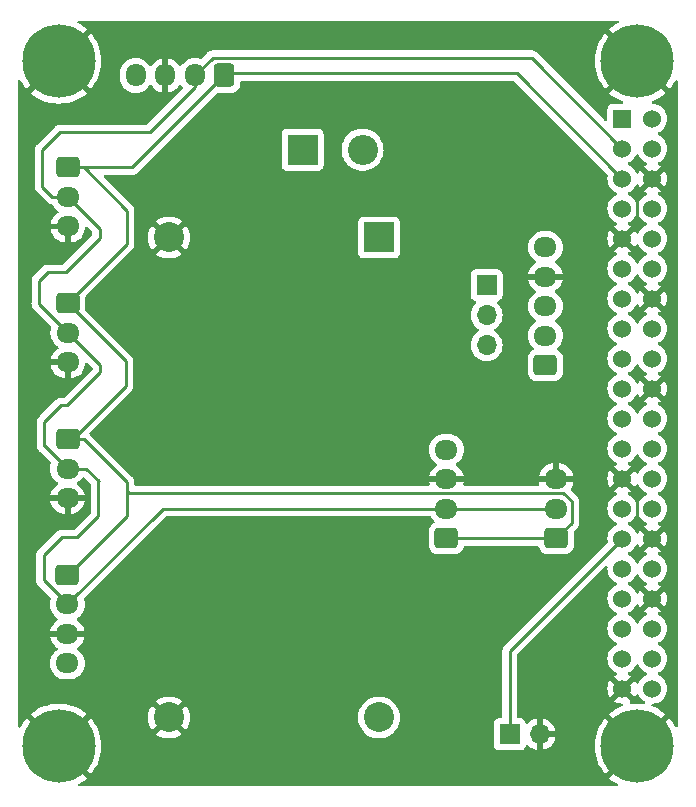
<source format=gbr>
%TF.GenerationSoftware,KiCad,Pcbnew,7.0.2*%
%TF.CreationDate,2024-02-29T19:29:45+01:00*%
%TF.ProjectId,CDFR,43444652-2e6b-4696-9361-645f70636258,rev?*%
%TF.SameCoordinates,Original*%
%TF.FileFunction,Copper,L2,Bot*%
%TF.FilePolarity,Positive*%
%FSLAX46Y46*%
G04 Gerber Fmt 4.6, Leading zero omitted, Abs format (unit mm)*
G04 Created by KiCad (PCBNEW 7.0.2) date 2024-02-29 19:29:45*
%MOMM*%
%LPD*%
G01*
G04 APERTURE LIST*
G04 Aperture macros list*
%AMRoundRect*
0 Rectangle with rounded corners*
0 $1 Rounding radius*
0 $2 $3 $4 $5 $6 $7 $8 $9 X,Y pos of 4 corners*
0 Add a 4 corners polygon primitive as box body*
4,1,4,$2,$3,$4,$5,$6,$7,$8,$9,$2,$3,0*
0 Add four circle primitives for the rounded corners*
1,1,$1+$1,$2,$3*
1,1,$1+$1,$4,$5*
1,1,$1+$1,$6,$7*
1,1,$1+$1,$8,$9*
0 Add four rect primitives between the rounded corners*
20,1,$1+$1,$2,$3,$4,$5,0*
20,1,$1+$1,$4,$5,$6,$7,0*
20,1,$1+$1,$6,$7,$8,$9,0*
20,1,$1+$1,$8,$9,$2,$3,0*%
G04 Aperture macros list end*
%TA.AperFunction,ComponentPad*%
%ADD10RoundRect,0.250000X-0.725000X0.600000X-0.725000X-0.600000X0.725000X-0.600000X0.725000X0.600000X0*%
%TD*%
%TA.AperFunction,ComponentPad*%
%ADD11O,1.950000X1.700000*%
%TD*%
%TA.AperFunction,ComponentPad*%
%ADD12RoundRect,0.250000X0.725000X-0.600000X0.725000X0.600000X-0.725000X0.600000X-0.725000X-0.600000X0*%
%TD*%
%TA.AperFunction,ComponentPad*%
%ADD13RoundRect,0.250000X0.600000X0.725000X-0.600000X0.725000X-0.600000X-0.725000X0.600000X-0.725000X0*%
%TD*%
%TA.AperFunction,ComponentPad*%
%ADD14O,1.700000X1.950000*%
%TD*%
%TA.AperFunction,ComponentPad*%
%ADD15R,1.700000X1.700000*%
%TD*%
%TA.AperFunction,ComponentPad*%
%ADD16O,1.700000X1.700000*%
%TD*%
%TA.AperFunction,ComponentPad*%
%ADD17R,1.524000X1.524000*%
%TD*%
%TA.AperFunction,ComponentPad*%
%ADD18C,1.524000*%
%TD*%
%TA.AperFunction,ComponentPad*%
%ADD19C,6.200000*%
%TD*%
%TA.AperFunction,ComponentPad*%
%ADD20R,2.540000X2.540000*%
%TD*%
%TA.AperFunction,ComponentPad*%
%ADD21C,2.540000*%
%TD*%
%TA.AperFunction,ComponentPad*%
%ADD22R,2.550000X2.550000*%
%TD*%
%TA.AperFunction,ComponentPad*%
%ADD23C,2.550000*%
%TD*%
%TA.AperFunction,Conductor*%
%ADD24C,0.250000*%
%TD*%
G04 APERTURE END LIST*
D10*
%TO.P,J10,1,Pin_1*%
%TO.N,/I2C_CLK*%
X110500000Y-75500000D03*
D11*
%TO.P,J10,2,Pin_2*%
%TO.N,/I2C_SDA*%
X110500000Y-78000000D03*
%TO.P,J10,3,Pin_3*%
%TO.N,GND*%
X110500000Y-80500000D03*
%TO.P,J10,4,Pin_4*%
%TO.N,+5V*%
X110500000Y-83000000D03*
%TD*%
D12*
%TO.P,J9,1,Pin_1*%
%TO.N,/I2C_CLK*%
X142600000Y-72400000D03*
D11*
%TO.P,J9,2,Pin_2*%
%TO.N,/I2C_SDA*%
X142600000Y-69900000D03*
%TO.P,J9,3,Pin_3*%
%TO.N,GND*%
X142600000Y-67400000D03*
%TO.P,J9,4,Pin_4*%
%TO.N,+5V*%
X142600000Y-64900000D03*
%TD*%
D13*
%TO.P,J5,1,Pin_1*%
%TO.N,/I2C_CLK*%
X123800000Y-33200000D03*
D14*
%TO.P,J5,2,Pin_2*%
%TO.N,/I2C_SDA*%
X121300000Y-33200000D03*
%TO.P,J5,3,Pin_3*%
%TO.N,GND*%
X118800000Y-33200000D03*
%TO.P,J5,4,Pin_4*%
%TO.N,+5V*%
X116300000Y-33200000D03*
%TD*%
D10*
%TO.P,J2,1,Pin_1*%
%TO.N,/I2C_CLK*%
X110550000Y-52500000D03*
D11*
%TO.P,J2,2,Pin_2*%
%TO.N,/I2C_SDA*%
X110550000Y-55000000D03*
%TO.P,J2,3,Pin_3*%
%TO.N,GND*%
X110550000Y-57500000D03*
%TD*%
D12*
%TO.P,J8,1,Pin_1*%
%TO.N,+5V*%
X150975000Y-57750000D03*
D11*
%TO.P,J8,2,Pin_2*%
%TO.N,Net-(J8-Pin_2)*%
X150975000Y-55250000D03*
%TO.P,J8,3,Pin_3*%
%TO.N,Net-(J8-Pin_3)*%
X150975000Y-52750000D03*
%TO.P,J8,4,Pin_4*%
%TO.N,GND*%
X150975000Y-50250000D03*
%TO.P,J8,5,Pin_5*%
%TO.N,Net-(J8-Pin_5)*%
X150975000Y-47750000D03*
%TD*%
D15*
%TO.P,JP1,1,A*%
%TO.N,+5V*%
X146000000Y-50960000D03*
D16*
%TO.P,JP1,2,C*%
%TO.N,Net-(J8-Pin_5)*%
X146000000Y-53500000D03*
%TO.P,JP1,3,B*%
%TO.N,MotorControl*%
X146000000Y-56040000D03*
%TD*%
D12*
%TO.P,J4,1,Pin_1*%
%TO.N,/I2C_CLK*%
X151900000Y-72400000D03*
D11*
%TO.P,J4,2,Pin_2*%
%TO.N,/I2C_SDA*%
X151900000Y-69900000D03*
%TO.P,J4,3,Pin_3*%
%TO.N,GND*%
X151900000Y-67400000D03*
%TD*%
D10*
%TO.P,J1,1,Pin_1*%
%TO.N,/I2C_CLK*%
X110550000Y-41000000D03*
D11*
%TO.P,J1,2,Pin_2*%
%TO.N,/I2C_SDA*%
X110550000Y-43500000D03*
%TO.P,J1,3,Pin_3*%
%TO.N,GND*%
X110550000Y-46000000D03*
%TD*%
D17*
%TO.P,U1,1,3V3*%
%TO.N,+3.3V*%
X157500000Y-36870000D03*
D18*
%TO.P,U1,2,5V*%
%TO.N,+5V*%
X160040000Y-36870000D03*
%TO.P,U1,3,GPIO2/SDA1*%
%TO.N,/I2C_SDA*%
X157500000Y-39410000D03*
%TO.P,U1,4,5V*%
%TO.N,+5V*%
X160040000Y-39410000D03*
%TO.P,U1,5,GPIO3/SCL1*%
%TO.N,/I2C_CLK*%
X157500000Y-41950000D03*
%TO.P,U1,6,GND*%
%TO.N,GND*%
X160040000Y-41950000D03*
%TO.P,U1,7,GPIO4/GPIO_GCKL*%
%TO.N,unconnected-(U1-GPIO4{slash}GPIO_GCKL-Pad7)*%
X157500000Y-44490000D03*
%TO.P,U1,8,GPIO14/TXD0*%
%TO.N,Net-(J8-Pin_3)*%
X160040000Y-44490000D03*
%TO.P,U1,9,GND*%
%TO.N,GND*%
X157500000Y-47030000D03*
%TO.P,U1,10,GPIO15/RXD0*%
%TO.N,Net-(J8-Pin_2)*%
X160040000Y-47030000D03*
%TO.P,U1,11,GPIO17/GPIO_GEN0*%
%TO.N,unconnected-(U1-GPIO17{slash}GPIO_GEN0-Pad11)*%
X157500000Y-49570000D03*
%TO.P,U1,12,GPIO18/GPIO_GEN1*%
%TO.N,MotorControl*%
X160040000Y-49570000D03*
%TO.P,U1,13,GPIO27/GPIO_GEN2*%
%TO.N,unconnected-(U1-GPIO27{slash}GPIO_GEN2-Pad13)*%
X157500000Y-52110000D03*
%TO.P,U1,14,GND*%
%TO.N,GND*%
X160040000Y-52110000D03*
%TO.P,U1,15,GPIO22/GPIO_GEN3*%
%TO.N,unconnected-(U1-GPIO22{slash}GPIO_GEN3-Pad15)*%
X157500000Y-54650000D03*
%TO.P,U1,16,GPIO23/GPIO_GEN4*%
%TO.N,unconnected-(U1-GPIO23{slash}GPIO_GEN4-Pad16)*%
X160040000Y-54650000D03*
%TO.P,U1,17,3V3*%
%TO.N,unconnected-(U1-3V3-Pad17)*%
X157500000Y-57190000D03*
%TO.P,U1,18,GPIO24/GPIO_GEN5*%
%TO.N,unconnected-(U1-GPIO24{slash}GPIO_GEN5-Pad18)*%
X160040000Y-57190000D03*
%TO.P,U1,19,GPIO10/SPI_MOSI*%
%TO.N,unconnected-(U1-GPIO10{slash}SPI_MOSI-Pad19)*%
X157500000Y-59730000D03*
%TO.P,U1,20,GND*%
%TO.N,GND*%
X160040000Y-59730000D03*
%TO.P,U1,21,GPIO9/SPI_MISO*%
%TO.N,unconnected-(U1-GPIO9{slash}SPI_MISO-Pad21)*%
X157500000Y-62270000D03*
%TO.P,U1,22,GPIO25/GPIO_GEN6*%
%TO.N,unconnected-(U1-GPIO25{slash}GPIO_GEN6-Pad22)*%
X160040000Y-62270000D03*
%TO.P,U1,23,GPIO11/SPI_SCLK*%
%TO.N,unconnected-(U1-GPIO11{slash}SPI_SCLK-Pad23)*%
X157500000Y-64810000D03*
%TO.P,U1,24,GPIO8/~{SPI_CE0}*%
%TO.N,unconnected-(U1-GPIO8{slash}~{SPI_CE0}-Pad24)*%
X160040000Y-64810000D03*
%TO.P,U1,25,GND*%
%TO.N,GND*%
X157500000Y-67350000D03*
%TO.P,U1,26,GPIO7/~{SPI_CE1}*%
%TO.N,unconnected-(U1-GPIO7{slash}~{SPI_CE1}-Pad26)*%
X160040000Y-67350000D03*
%TO.P,U1,27,ID_SD*%
%TO.N,unconnected-(U1-ID_SD-Pad27)*%
X157500000Y-69890000D03*
%TO.P,U1,28,ID_SC*%
%TO.N,unconnected-(U1-ID_SC-Pad28)*%
X160040000Y-69890000D03*
%TO.P,U1,29,GPIO5*%
%TO.N,Net-(J6-Pin_1)*%
X157500000Y-72430000D03*
%TO.P,U1,30,GND*%
%TO.N,GND*%
X160040000Y-72430000D03*
%TO.P,U1,31,GPIO6*%
%TO.N,unconnected-(U1-GPIO6-Pad31)*%
X157500000Y-74970000D03*
%TO.P,U1,32,GPIO12*%
%TO.N,unconnected-(U1-GPIO12-Pad32)*%
X160040000Y-74970000D03*
%TO.P,U1,33,GPIO13*%
%TO.N,unconnected-(U1-GPIO13-Pad33)*%
X157500000Y-77510000D03*
%TO.P,U1,34,GND*%
%TO.N,GND*%
X160040000Y-77510000D03*
%TO.P,U1,35,GPIO19*%
%TO.N,unconnected-(U1-GPIO19-Pad35)*%
X157500000Y-80050000D03*
%TO.P,U1,36,GPIO16*%
%TO.N,unconnected-(U1-GPIO16-Pad36)*%
X160040000Y-80050000D03*
%TO.P,U1,37,GPIO26*%
%TO.N,unconnected-(U1-GPIO26-Pad37)*%
X157500000Y-82590000D03*
%TO.P,U1,38,GPIO20*%
%TO.N,unconnected-(U1-GPIO20-Pad38)*%
X160040000Y-82590000D03*
%TO.P,U1,39,GND*%
%TO.N,GND*%
X157500000Y-85130000D03*
%TO.P,U1,40,GPIO21*%
%TO.N,unconnected-(U1-GPIO21-Pad40)*%
X160040000Y-85130000D03*
D19*
%TO.P,U1,S1,SHIELD*%
%TO.N,GND*%
X158770000Y-32000000D03*
%TO.P,U1,S2,SHIELD*%
X158770000Y-90000000D03*
%TO.P,U1,S3,SHIELD*%
X109770000Y-90000000D03*
%TO.P,U1,S4,SHIELD*%
X109770000Y-32000000D03*
%TD*%
D10*
%TO.P,J3,1,Pin_1*%
%TO.N,/I2C_CLK*%
X110525000Y-64000000D03*
D11*
%TO.P,J3,2,Pin_2*%
%TO.N,/I2C_SDA*%
X110525000Y-66500000D03*
%TO.P,J3,3,Pin_3*%
%TO.N,GND*%
X110525000Y-69000000D03*
%TD*%
D20*
%TO.P,U3,1,Vin*%
%TO.N,Net-(J7-Pin_1)*%
X136890000Y-46930000D03*
D21*
%TO.P,U3,2,GND*%
%TO.N,GND*%
X119110000Y-46930000D03*
%TO.P,U3,3,GND*%
X119110000Y-87570000D03*
%TO.P,U3,4,Vout*%
%TO.N,+5V*%
X136890000Y-87570000D03*
%TD*%
D15*
%TO.P,J6,1,Pin_1*%
%TO.N,Net-(J6-Pin_1)*%
X147960000Y-89000000D03*
D16*
%TO.P,J6,2,Pin_2*%
%TO.N,GND*%
X150500000Y-89000000D03*
%TD*%
D22*
%TO.P,J7,1,Pin_1*%
%TO.N,Net-(J7-Pin_1)*%
X130420000Y-39500000D03*
D23*
%TO.P,J7,2,Pin_2*%
%TO.N,Net-(J7-Pin_2)*%
X135500000Y-39500000D03*
%TD*%
D24*
%TO.N,/I2C_SDA*%
X121300000Y-34200000D02*
X121300000Y-33200000D01*
X109900000Y-38000000D02*
X117500000Y-38000000D01*
X108400000Y-39500000D02*
X109900000Y-38000000D01*
X109250000Y-43500000D02*
X108400000Y-42650000D01*
X117500000Y-38000000D02*
X121300000Y-34200000D01*
X110550000Y-43500000D02*
X109250000Y-43500000D01*
X108400000Y-42650000D02*
X108400000Y-39500000D01*
%TO.N,/I2C_CLK*%
X115725000Y-68575000D02*
X115550000Y-68400000D01*
X153200000Y-69263299D02*
X152511701Y-68575000D01*
X153200000Y-71100000D02*
X153200000Y-69263299D01*
X151900000Y-72400000D02*
X153200000Y-71100000D01*
X152511701Y-68575000D02*
X115725000Y-68575000D01*
X115550000Y-68400000D02*
X115550000Y-70475000D01*
X115550000Y-67650000D02*
X115550000Y-68400000D01*
X151900000Y-72400000D02*
X142600000Y-72400000D01*
%TO.N,/I2C_SDA*%
X142600000Y-69900000D02*
X151900000Y-69900000D01*
X118600000Y-69900000D02*
X110500000Y-78000000D01*
X142600000Y-69900000D02*
X118600000Y-69900000D01*
%TO.N,/I2C_CLK*%
X148575000Y-33025000D02*
X157500000Y-41950000D01*
X116000000Y-41000000D02*
X123975000Y-33025000D01*
X110550000Y-41000000D02*
X116000000Y-41000000D01*
X123975000Y-33025000D02*
X148575000Y-33025000D01*
%TO.N,/I2C_SDA*%
X121325000Y-33200000D02*
X122800000Y-31725000D01*
X121300000Y-33200000D02*
X121325000Y-33200000D01*
X122800000Y-31725000D02*
X149815000Y-31725000D01*
X149815000Y-31725000D02*
X157500000Y-39410000D01*
%TO.N,/I2C_CLK*%
X115550000Y-70475000D02*
X110525000Y-75500000D01*
X115550000Y-47500000D02*
X115550000Y-44650000D01*
X115450000Y-59500000D02*
X110950000Y-64000000D01*
X115450000Y-57400000D02*
X115450000Y-59500000D01*
X111900000Y-41000000D02*
X110550000Y-41000000D01*
X110550000Y-52500000D02*
X115450000Y-57400000D01*
X111900000Y-64000000D02*
X115550000Y-67650000D01*
X115550000Y-44650000D02*
X111900000Y-41000000D01*
X110950000Y-64000000D02*
X110525000Y-64000000D01*
X110525000Y-64000000D02*
X111900000Y-64000000D01*
X110550000Y-52500000D02*
X115550000Y-47500000D01*
%TO.N,/I2C_SDA*%
X108850000Y-49850000D02*
X110400000Y-49850000D01*
X113250000Y-47000000D02*
X113250000Y-46200000D01*
X113100000Y-67600000D02*
X113100000Y-70550000D01*
X110400000Y-49850000D02*
X113250000Y-47000000D01*
X113100000Y-70550000D02*
X111350000Y-72300000D01*
X108100000Y-52550000D02*
X108100000Y-50600000D01*
X113300000Y-58350000D02*
X110500000Y-61150000D01*
X113250000Y-46200000D02*
X110550000Y-43500000D01*
X110050000Y-72300000D02*
X108500000Y-73850000D01*
X113150000Y-67550000D02*
X113100000Y-67600000D01*
X110500000Y-61150000D02*
X109950000Y-61150000D01*
X109950000Y-61150000D02*
X108550000Y-62550000D01*
X111350000Y-72300000D02*
X110050000Y-72300000D01*
X108100000Y-50600000D02*
X108850000Y-49850000D01*
X110550000Y-55000000D02*
X113300000Y-57750000D01*
X108550000Y-64550000D02*
X108575000Y-64550000D01*
X108575000Y-64550000D02*
X110525000Y-66500000D01*
X108550000Y-62550000D02*
X108550000Y-64550000D01*
X108500000Y-73850000D02*
X108500000Y-75975000D01*
X113300000Y-57750000D02*
X113300000Y-58350000D01*
X110550000Y-55000000D02*
X108100000Y-52550000D01*
X112100000Y-66500000D02*
X113150000Y-67550000D01*
X108500000Y-75975000D02*
X110525000Y-78000000D01*
X110525000Y-66500000D02*
X112100000Y-66500000D01*
%TO.N,GND*%
X158760000Y-71150000D02*
X160040000Y-72430000D01*
X158760000Y-45770000D02*
X157500000Y-47030000D01*
X158760000Y-43230000D02*
X158760000Y-45770000D01*
X158760000Y-68610000D02*
X158760000Y-71150000D01*
X157500000Y-67350000D02*
X158760000Y-68610000D01*
X160040000Y-41950000D02*
X158760000Y-43230000D01*
%TO.N,Net-(J6-Pin_1)*%
X147960000Y-81970000D02*
X157500000Y-72430000D01*
X147960000Y-89000000D02*
X147960000Y-81970000D01*
%TD*%
%TA.AperFunction,Conductor*%
%TO.N,GND*%
G36*
X157134390Y-28583685D02*
G01*
X157180145Y-28636489D01*
X157190089Y-28705647D01*
X157161064Y-28769203D01*
X157123646Y-28798485D01*
X156970423Y-28876555D01*
X156964802Y-28879801D01*
X156653797Y-29081770D01*
X156648543Y-29085587D01*
X156405750Y-29282197D01*
X157990677Y-30867124D01*
X157903075Y-30926333D01*
X157734094Y-31088288D01*
X157636580Y-31220133D01*
X156052197Y-29635750D01*
X155855587Y-29878543D01*
X155851770Y-29883797D01*
X155649801Y-30194802D01*
X155646555Y-30200423D01*
X155478196Y-30530846D01*
X155475559Y-30536770D01*
X155342658Y-30882988D01*
X155340659Y-30889140D01*
X155244676Y-31247356D01*
X155243328Y-31253699D01*
X155185315Y-31619975D01*
X155184638Y-31626418D01*
X155165230Y-31996756D01*
X155165230Y-32003243D01*
X155184638Y-32373581D01*
X155185315Y-32380024D01*
X155243328Y-32746300D01*
X155244676Y-32752643D01*
X155340659Y-33110859D01*
X155342658Y-33117011D01*
X155475559Y-33463229D01*
X155478196Y-33469153D01*
X155646555Y-33799576D01*
X155649801Y-33805197D01*
X155851770Y-34116202D01*
X155855587Y-34121456D01*
X156052197Y-34364248D01*
X157635874Y-32780571D01*
X157660507Y-32820577D01*
X157815144Y-32996278D01*
X157987835Y-33135716D01*
X156405750Y-34717801D01*
X156648543Y-34914412D01*
X156653797Y-34918229D01*
X156964802Y-35120198D01*
X156970423Y-35123444D01*
X157300846Y-35291803D01*
X157306776Y-35294443D01*
X157497711Y-35367736D01*
X157553244Y-35410138D01*
X157577037Y-35475832D01*
X157561536Y-35543960D01*
X157511662Y-35592893D01*
X157453274Y-35607500D01*
X156693439Y-35607500D01*
X156693420Y-35607500D01*
X156690128Y-35607501D01*
X156686848Y-35607853D01*
X156686840Y-35607854D01*
X156630515Y-35613909D01*
X156495669Y-35664204D01*
X156380454Y-35750454D01*
X156294204Y-35865668D01*
X156243910Y-36000515D01*
X156243909Y-36000517D01*
X156237500Y-36060127D01*
X156237500Y-36063448D01*
X156237500Y-36063449D01*
X156237500Y-36963546D01*
X156217815Y-37030585D01*
X156165011Y-37076340D01*
X156095853Y-37086284D01*
X156032297Y-37057259D01*
X156025819Y-37051227D01*
X150315802Y-31341211D01*
X150302906Y-31325113D01*
X150251775Y-31277098D01*
X150248978Y-31274387D01*
X150232227Y-31257636D01*
X150229471Y-31254880D01*
X150226290Y-31252412D01*
X150217422Y-31244837D01*
X150185582Y-31214938D01*
X150168024Y-31205285D01*
X150151764Y-31194604D01*
X150135936Y-31182327D01*
X150095851Y-31164980D01*
X150085361Y-31159841D01*
X150047091Y-31138802D01*
X150027691Y-31133821D01*
X150009284Y-31127519D01*
X149990897Y-31119562D01*
X149947758Y-31112729D01*
X149936324Y-31110361D01*
X149894019Y-31099500D01*
X149873984Y-31099500D01*
X149854586Y-31097973D01*
X149847162Y-31096797D01*
X149834805Y-31094840D01*
X149834804Y-31094840D01*
X149809468Y-31097235D01*
X149791325Y-31098950D01*
X149779656Y-31099500D01*
X122882744Y-31099500D01*
X122862237Y-31097235D01*
X122792127Y-31099439D01*
X122788232Y-31099500D01*
X122760650Y-31099500D01*
X122756805Y-31099985D01*
X122756780Y-31099987D01*
X122756653Y-31100004D01*
X122745033Y-31100918D01*
X122701369Y-31102290D01*
X122682129Y-31107880D01*
X122663081Y-31111825D01*
X122643209Y-31114335D01*
X122602599Y-31130413D01*
X122591554Y-31134194D01*
X122549610Y-31146381D01*
X122532365Y-31156579D01*
X122514904Y-31165133D01*
X122496267Y-31172512D01*
X122460931Y-31198185D01*
X122451174Y-31204595D01*
X122413580Y-31226829D01*
X122399413Y-31240996D01*
X122384624Y-31253626D01*
X122368413Y-31265404D01*
X122340572Y-31299058D01*
X122332711Y-31307697D01*
X121873947Y-31766460D01*
X121812624Y-31799945D01*
X121754173Y-31798554D01*
X121535407Y-31739936D01*
X121300000Y-31719340D01*
X121064592Y-31739936D01*
X120836336Y-31801097D01*
X120622170Y-31900965D01*
X120428598Y-32036505D01*
X120261508Y-32203595D01*
X120151269Y-32361033D01*
X120096692Y-32404657D01*
X120027193Y-32411850D01*
X119964839Y-32380328D01*
X119948119Y-32361032D01*
X119838109Y-32203921D01*
X119671081Y-32036893D01*
X119477576Y-31901399D01*
X119263492Y-31801569D01*
X119050000Y-31744364D01*
X119050000Y-32791981D01*
X118935199Y-32739554D01*
X118833975Y-32725000D01*
X118766025Y-32725000D01*
X118664801Y-32739554D01*
X118549999Y-32791981D01*
X118550000Y-31744364D01*
X118549999Y-31744364D01*
X118336507Y-31801569D01*
X118122421Y-31901400D01*
X117928921Y-32036890D01*
X117761893Y-32203918D01*
X117651880Y-32361033D01*
X117597303Y-32404658D01*
X117527804Y-32411850D01*
X117465450Y-32380328D01*
X117448730Y-32361032D01*
X117443492Y-32353552D01*
X117338495Y-32203599D01*
X117171401Y-32036505D01*
X116977830Y-31900965D01*
X116763663Y-31801097D01*
X116702501Y-31784709D01*
X116535407Y-31739936D01*
X116299999Y-31719340D01*
X116064592Y-31739936D01*
X115836336Y-31801097D01*
X115622170Y-31900965D01*
X115428598Y-32036505D01*
X115261505Y-32203598D01*
X115125965Y-32397170D01*
X115026097Y-32611336D01*
X114964936Y-32839592D01*
X114951228Y-32996278D01*
X114949500Y-33016034D01*
X114949500Y-33383966D01*
X114949735Y-33386659D01*
X114949736Y-33386667D01*
X114964936Y-33560407D01*
X114992079Y-33661706D01*
X115026097Y-33788663D01*
X115125965Y-34002829D01*
X115261505Y-34196401D01*
X115428599Y-34363495D01*
X115622170Y-34499035D01*
X115836337Y-34598903D01*
X116064592Y-34660063D01*
X116300000Y-34680659D01*
X116535408Y-34660063D01*
X116763663Y-34598903D01*
X116977829Y-34499035D01*
X117171401Y-34363495D01*
X117338495Y-34196401D01*
X117448732Y-34038965D01*
X117503306Y-33995342D01*
X117572805Y-33988148D01*
X117635160Y-34019671D01*
X117651880Y-34038967D01*
X117761890Y-34196078D01*
X117928918Y-34363106D01*
X118122423Y-34498600D01*
X118336509Y-34598430D01*
X118550000Y-34655634D01*
X118549999Y-33608018D01*
X118664801Y-33660446D01*
X118766025Y-33675000D01*
X118833975Y-33675000D01*
X118935199Y-33660446D01*
X119050000Y-33608018D01*
X119050000Y-34655633D01*
X119263490Y-34598430D01*
X119477578Y-34498599D01*
X119671078Y-34363109D01*
X119838109Y-34196078D01*
X119948119Y-34038968D01*
X120002696Y-33995343D01*
X120072194Y-33988149D01*
X120134549Y-34019672D01*
X120151268Y-34038966D01*
X120261505Y-34196401D01*
X120261508Y-34196404D01*
X120266691Y-34203806D01*
X120289018Y-34270012D01*
X120272008Y-34337780D01*
X120252797Y-34362611D01*
X117277228Y-37338181D01*
X117215905Y-37371666D01*
X117189547Y-37374500D01*
X109982740Y-37374500D01*
X109962236Y-37372236D01*
X109892144Y-37374439D01*
X109888250Y-37374500D01*
X109860650Y-37374500D01*
X109856799Y-37374986D01*
X109856768Y-37374988D01*
X109856640Y-37375005D01*
X109845028Y-37375918D01*
X109801372Y-37377290D01*
X109782135Y-37382879D01*
X109763094Y-37386822D01*
X109743208Y-37389335D01*
X109702582Y-37405419D01*
X109691537Y-37409200D01*
X109649613Y-37421381D01*
X109632365Y-37431581D01*
X109614903Y-37440135D01*
X109602915Y-37444881D01*
X109596265Y-37447515D01*
X109560926Y-37473189D01*
X109551168Y-37479599D01*
X109513579Y-37501829D01*
X109499410Y-37515998D01*
X109484622Y-37528628D01*
X109468413Y-37540405D01*
X109440572Y-37574058D01*
X109432711Y-37582696D01*
X108016208Y-38999199D01*
X108000110Y-39012096D01*
X107952096Y-39063225D01*
X107949392Y-39066016D01*
X107932628Y-39082780D01*
X107932621Y-39082787D01*
X107929880Y-39085529D01*
X107927499Y-39088597D01*
X107927490Y-39088608D01*
X107927411Y-39088711D01*
X107919842Y-39097572D01*
X107889935Y-39129420D01*
X107880285Y-39146974D01*
X107869609Y-39163228D01*
X107857326Y-39179063D01*
X107839975Y-39219158D01*
X107834838Y-39229644D01*
X107813802Y-39267907D01*
X107808821Y-39287309D01*
X107802520Y-39305711D01*
X107794561Y-39324102D01*
X107787728Y-39367242D01*
X107785360Y-39378674D01*
X107774499Y-39420977D01*
X107774500Y-39441016D01*
X107772973Y-39460415D01*
X107769839Y-39480195D01*
X107773949Y-39523671D01*
X107774499Y-39535339D01*
X107774499Y-42567256D01*
X107772235Y-42587763D01*
X107774439Y-42657872D01*
X107774500Y-42661767D01*
X107774500Y-42689350D01*
X107774988Y-42693219D01*
X107774989Y-42693225D01*
X107775004Y-42693343D01*
X107775918Y-42704967D01*
X107777290Y-42748626D01*
X107782879Y-42767860D01*
X107786825Y-42786916D01*
X107789335Y-42806792D01*
X107805414Y-42847404D01*
X107809197Y-42858451D01*
X107821382Y-42900391D01*
X107831580Y-42917635D01*
X107840136Y-42935100D01*
X107847514Y-42953732D01*
X107847515Y-42953733D01*
X107873180Y-42989059D01*
X107879593Y-42998822D01*
X107901826Y-43036416D01*
X107901829Y-43036419D01*
X107901830Y-43036420D01*
X107915995Y-43050585D01*
X107928627Y-43065375D01*
X107940406Y-43081587D01*
X107974058Y-43109426D01*
X107982699Y-43117289D01*
X108749197Y-43883787D01*
X108762098Y-43899889D01*
X108764212Y-43901874D01*
X108764214Y-43901877D01*
X108798908Y-43934457D01*
X108813240Y-43947916D01*
X108816036Y-43950626D01*
X108835530Y-43970120D01*
X108838615Y-43972513D01*
X108838701Y-43972580D01*
X108847573Y-43980158D01*
X108879418Y-44010062D01*
X108896974Y-44019714D01*
X108913231Y-44030392D01*
X108929064Y-44042674D01*
X108945185Y-44049649D01*
X108969156Y-44060023D01*
X108979643Y-44065160D01*
X109017908Y-44086197D01*
X109037316Y-44091180D01*
X109055710Y-44097478D01*
X109074105Y-44105438D01*
X109117254Y-44112271D01*
X109128660Y-44114633D01*
X109170981Y-44125500D01*
X109170984Y-44125500D01*
X109179400Y-44127661D01*
X109239437Y-44163401D01*
X109250134Y-44176642D01*
X109250964Y-44177828D01*
X109250965Y-44177829D01*
X109386505Y-44371401D01*
X109553599Y-44538495D01*
X109662204Y-44614541D01*
X109711032Y-44648730D01*
X109754657Y-44703307D01*
X109761851Y-44772805D01*
X109730328Y-44835160D01*
X109711033Y-44851880D01*
X109553918Y-44961893D01*
X109386893Y-45128918D01*
X109251399Y-45322423D01*
X109151569Y-45536507D01*
X109094364Y-45749999D01*
X109094364Y-45750000D01*
X110146031Y-45750000D01*
X110113481Y-45800649D01*
X110075000Y-45931705D01*
X110075000Y-46068295D01*
X110113481Y-46199351D01*
X110146031Y-46250000D01*
X109094364Y-46250000D01*
X109151569Y-46463492D01*
X109251400Y-46677578D01*
X109386890Y-46871078D01*
X109553921Y-47038109D01*
X109747421Y-47173599D01*
X109961507Y-47273430D01*
X110189682Y-47334569D01*
X110300000Y-47344220D01*
X110300000Y-46408018D01*
X110414801Y-46460446D01*
X110516025Y-46475000D01*
X110583975Y-46475000D01*
X110685199Y-46460446D01*
X110800000Y-46408018D01*
X110800000Y-47344219D01*
X110910317Y-47334569D01*
X111138492Y-47273430D01*
X111352578Y-47173599D01*
X111546078Y-47038109D01*
X111713106Y-46871081D01*
X111848600Y-46677576D01*
X111948430Y-46463492D01*
X112009569Y-46235318D01*
X112017862Y-46140535D01*
X112043314Y-46075466D01*
X112099905Y-46034487D01*
X112169667Y-46030609D01*
X112229071Y-46063661D01*
X112588182Y-46422772D01*
X112621666Y-46484093D01*
X112624500Y-46510451D01*
X112624500Y-46689547D01*
X112604815Y-46756586D01*
X112588181Y-46777228D01*
X110177228Y-49188181D01*
X110115905Y-49221666D01*
X110089547Y-49224500D01*
X108932741Y-49224500D01*
X108912237Y-49222236D01*
X108842145Y-49224439D01*
X108838251Y-49224500D01*
X108810650Y-49224500D01*
X108806799Y-49224986D01*
X108806768Y-49224988D01*
X108806640Y-49225005D01*
X108795028Y-49225918D01*
X108751368Y-49227290D01*
X108732128Y-49232880D01*
X108713081Y-49236825D01*
X108693209Y-49239335D01*
X108652599Y-49255413D01*
X108641554Y-49259194D01*
X108599611Y-49271380D01*
X108582369Y-49281578D01*
X108564897Y-49290138D01*
X108546266Y-49297514D01*
X108510938Y-49323181D01*
X108501180Y-49329591D01*
X108463579Y-49351829D01*
X108449410Y-49365998D01*
X108434622Y-49378628D01*
X108418413Y-49390405D01*
X108390572Y-49424058D01*
X108382711Y-49432696D01*
X107716208Y-50099199D01*
X107700110Y-50112096D01*
X107652096Y-50163225D01*
X107649392Y-50166016D01*
X107632628Y-50182780D01*
X107632621Y-50182787D01*
X107629880Y-50185529D01*
X107627499Y-50188597D01*
X107627490Y-50188608D01*
X107627411Y-50188711D01*
X107619842Y-50197572D01*
X107589935Y-50229420D01*
X107580285Y-50246974D01*
X107569609Y-50263228D01*
X107557326Y-50279063D01*
X107539975Y-50319158D01*
X107534838Y-50329644D01*
X107513802Y-50367907D01*
X107508821Y-50387309D01*
X107502520Y-50405711D01*
X107494561Y-50424102D01*
X107487728Y-50467242D01*
X107485360Y-50478674D01*
X107474499Y-50520977D01*
X107474500Y-50541016D01*
X107472973Y-50560414D01*
X107469840Y-50580194D01*
X107473950Y-50623673D01*
X107474500Y-50635343D01*
X107474500Y-52467256D01*
X107472235Y-52487766D01*
X107474439Y-52557872D01*
X107474500Y-52561767D01*
X107474500Y-52589350D01*
X107474988Y-52593219D01*
X107474989Y-52593225D01*
X107475004Y-52593343D01*
X107475918Y-52604967D01*
X107477290Y-52648626D01*
X107482879Y-52667860D01*
X107486825Y-52686916D01*
X107489335Y-52706792D01*
X107505414Y-52747404D01*
X107509197Y-52758451D01*
X107521382Y-52800391D01*
X107531580Y-52817635D01*
X107540136Y-52835100D01*
X107547514Y-52853732D01*
X107547515Y-52853733D01*
X107573180Y-52889059D01*
X107579593Y-52898822D01*
X107601826Y-52936416D01*
X107601829Y-52936419D01*
X107601830Y-52936420D01*
X107615995Y-52950585D01*
X107628627Y-52965375D01*
X107640406Y-52981587D01*
X107674058Y-53009426D01*
X107682699Y-53017289D01*
X109111177Y-54445767D01*
X109144662Y-54507090D01*
X109143271Y-54565541D01*
X109089936Y-54764592D01*
X109069340Y-55000000D01*
X109089936Y-55235407D01*
X109143271Y-55434456D01*
X109151097Y-55463663D01*
X109250965Y-55677829D01*
X109386505Y-55871401D01*
X109553599Y-56038495D01*
X109672000Y-56121400D01*
X109711032Y-56148730D01*
X109754657Y-56203307D01*
X109761851Y-56272805D01*
X109730328Y-56335160D01*
X109711033Y-56351880D01*
X109553918Y-56461893D01*
X109386893Y-56628918D01*
X109251399Y-56822423D01*
X109151569Y-57036507D01*
X109094364Y-57249999D01*
X109094364Y-57250000D01*
X110146031Y-57250000D01*
X110113481Y-57300649D01*
X110075000Y-57431705D01*
X110075000Y-57568295D01*
X110113481Y-57699351D01*
X110146031Y-57750000D01*
X109094364Y-57750000D01*
X109151569Y-57963492D01*
X109251400Y-58177578D01*
X109386890Y-58371078D01*
X109553921Y-58538109D01*
X109747421Y-58673599D01*
X109961507Y-58773430D01*
X110189682Y-58834569D01*
X110300000Y-58844220D01*
X110300000Y-57908018D01*
X110414801Y-57960446D01*
X110516025Y-57975000D01*
X110583975Y-57975000D01*
X110685199Y-57960446D01*
X110800000Y-57908018D01*
X110800000Y-58844219D01*
X110910317Y-58834569D01*
X111138492Y-58773430D01*
X111352578Y-58673599D01*
X111546078Y-58538109D01*
X111713106Y-58371081D01*
X111848600Y-58177576D01*
X111948430Y-57963492D01*
X112009569Y-57735318D01*
X112017862Y-57640535D01*
X112043314Y-57575466D01*
X112099905Y-57534487D01*
X112169667Y-57530609D01*
X112229071Y-57563661D01*
X112627728Y-57962318D01*
X112661213Y-58023641D01*
X112656229Y-58093333D01*
X112627728Y-58137680D01*
X110277228Y-60488181D01*
X110215905Y-60521666D01*
X110189547Y-60524500D01*
X110032744Y-60524500D01*
X110012237Y-60522235D01*
X109942127Y-60524439D01*
X109938232Y-60524500D01*
X109910650Y-60524500D01*
X109906805Y-60524985D01*
X109906780Y-60524987D01*
X109906653Y-60525004D01*
X109895033Y-60525918D01*
X109851369Y-60527290D01*
X109832129Y-60532880D01*
X109813081Y-60536825D01*
X109793209Y-60539335D01*
X109752599Y-60555413D01*
X109741554Y-60559194D01*
X109699610Y-60571381D01*
X109682365Y-60581579D01*
X109664904Y-60590133D01*
X109646267Y-60597512D01*
X109610931Y-60623185D01*
X109601174Y-60629595D01*
X109563580Y-60651829D01*
X109549413Y-60665996D01*
X109534624Y-60678626D01*
X109518413Y-60690404D01*
X109490572Y-60724058D01*
X109482711Y-60732697D01*
X108166208Y-62049199D01*
X108150110Y-62062096D01*
X108102096Y-62113225D01*
X108099392Y-62116016D01*
X108082628Y-62132780D01*
X108082621Y-62132787D01*
X108079880Y-62135529D01*
X108077499Y-62138597D01*
X108077490Y-62138608D01*
X108077411Y-62138711D01*
X108069842Y-62147572D01*
X108039935Y-62179420D01*
X108030285Y-62196974D01*
X108019609Y-62213228D01*
X108007326Y-62229063D01*
X107989975Y-62269158D01*
X107984838Y-62279644D01*
X107963802Y-62317907D01*
X107958821Y-62337309D01*
X107952520Y-62355711D01*
X107944561Y-62374102D01*
X107937728Y-62417242D01*
X107935360Y-62428674D01*
X107924499Y-62470977D01*
X107924500Y-62491016D01*
X107922973Y-62510414D01*
X107919840Y-62530194D01*
X107923950Y-62573673D01*
X107924500Y-62585343D01*
X107924500Y-64479151D01*
X107922304Y-64502385D01*
X107920772Y-64510412D01*
X107924255Y-64565757D01*
X107924500Y-64573544D01*
X107924500Y-64589350D01*
X107924987Y-64593209D01*
X107924988Y-64593218D01*
X107926481Y-64605035D01*
X107927213Y-64612787D01*
X107930695Y-64668137D01*
X107933220Y-64675908D01*
X107938310Y-64698678D01*
X107939335Y-64706788D01*
X107939336Y-64706792D01*
X107959602Y-64757978D01*
X107959753Y-64758360D01*
X107962390Y-64765684D01*
X107970755Y-64791427D01*
X107979533Y-64818441D01*
X107979534Y-64818442D01*
X107983910Y-64825339D01*
X107994500Y-64846123D01*
X107997513Y-64853732D01*
X108030120Y-64898612D01*
X108034498Y-64905053D01*
X108064214Y-64951877D01*
X108070167Y-64957467D01*
X108085603Y-64974976D01*
X108090406Y-64981587D01*
X108133146Y-65016945D01*
X108138978Y-65022087D01*
X108179418Y-65060062D01*
X108186578Y-65063998D01*
X108205883Y-65077117D01*
X108212178Y-65082325D01*
X108212535Y-65082493D01*
X108247421Y-65107011D01*
X109086177Y-65945767D01*
X109119662Y-66007090D01*
X109118271Y-66065541D01*
X109064936Y-66264592D01*
X109044340Y-66499999D01*
X109064936Y-66735407D01*
X109113928Y-66918248D01*
X109126097Y-66963663D01*
X109225965Y-67177829D01*
X109361505Y-67371401D01*
X109528599Y-67538495D01*
X109637204Y-67614541D01*
X109686032Y-67648730D01*
X109729657Y-67703307D01*
X109736851Y-67772805D01*
X109705328Y-67835160D01*
X109686033Y-67851880D01*
X109528918Y-67961893D01*
X109361893Y-68128918D01*
X109226399Y-68322423D01*
X109126569Y-68536507D01*
X109069364Y-68749999D01*
X109069364Y-68750000D01*
X110121031Y-68750000D01*
X110088481Y-68800649D01*
X110050000Y-68931705D01*
X110050000Y-69068295D01*
X110088481Y-69199351D01*
X110121031Y-69250000D01*
X109069364Y-69250000D01*
X109126569Y-69463492D01*
X109226400Y-69677578D01*
X109361890Y-69871078D01*
X109528921Y-70038109D01*
X109722421Y-70173599D01*
X109936507Y-70273430D01*
X110164682Y-70334569D01*
X110275000Y-70344220D01*
X110275000Y-69408018D01*
X110389801Y-69460446D01*
X110491025Y-69475000D01*
X110558975Y-69475000D01*
X110660199Y-69460446D01*
X110775000Y-69408018D01*
X110775000Y-70344219D01*
X110885317Y-70334569D01*
X111113492Y-70273430D01*
X111327578Y-70173599D01*
X111521078Y-70038109D01*
X111688106Y-69871081D01*
X111823600Y-69677576D01*
X111923430Y-69463492D01*
X111980636Y-69250000D01*
X110928969Y-69250000D01*
X110961519Y-69199351D01*
X111000000Y-69068295D01*
X111000000Y-68931705D01*
X110961519Y-68800649D01*
X110928969Y-68750000D01*
X111980636Y-68750000D01*
X111980635Y-68749999D01*
X111923430Y-68536507D01*
X111823599Y-68322421D01*
X111688109Y-68128921D01*
X111521078Y-67961890D01*
X111363967Y-67851880D01*
X111320342Y-67797303D01*
X111313148Y-67727805D01*
X111344671Y-67665450D01*
X111363960Y-67648735D01*
X111521401Y-67538495D01*
X111688495Y-67371401D01*
X111767775Y-67258176D01*
X111822351Y-67214553D01*
X111891849Y-67207359D01*
X111954204Y-67238882D01*
X111957030Y-67241620D01*
X112438180Y-67722770D01*
X112471665Y-67784093D01*
X112474499Y-67810451D01*
X112474499Y-70239547D01*
X112454814Y-70306586D01*
X112438180Y-70327228D01*
X111127228Y-71638181D01*
X111065905Y-71671666D01*
X111039547Y-71674500D01*
X110132744Y-71674500D01*
X110112237Y-71672235D01*
X110042127Y-71674439D01*
X110038232Y-71674500D01*
X110010650Y-71674500D01*
X110006805Y-71674985D01*
X110006780Y-71674987D01*
X110006653Y-71675004D01*
X109995033Y-71675918D01*
X109951369Y-71677290D01*
X109932129Y-71682880D01*
X109913081Y-71686825D01*
X109893209Y-71689335D01*
X109852599Y-71705413D01*
X109841554Y-71709194D01*
X109799610Y-71721381D01*
X109782365Y-71731579D01*
X109764904Y-71740133D01*
X109746267Y-71747512D01*
X109710931Y-71773185D01*
X109701174Y-71779595D01*
X109663580Y-71801829D01*
X109649413Y-71815996D01*
X109634624Y-71828626D01*
X109618413Y-71840404D01*
X109590572Y-71874058D01*
X109582711Y-71882697D01*
X108116208Y-73349199D01*
X108100110Y-73362096D01*
X108052096Y-73413225D01*
X108049392Y-73416016D01*
X108032628Y-73432780D01*
X108032621Y-73432787D01*
X108029880Y-73435529D01*
X108027499Y-73438597D01*
X108027490Y-73438608D01*
X108027411Y-73438711D01*
X108019842Y-73447572D01*
X107989935Y-73479420D01*
X107980285Y-73496974D01*
X107969609Y-73513228D01*
X107957326Y-73529063D01*
X107939975Y-73569158D01*
X107934838Y-73579644D01*
X107913802Y-73617907D01*
X107908821Y-73637309D01*
X107902520Y-73655711D01*
X107894561Y-73674102D01*
X107887728Y-73717242D01*
X107885360Y-73728674D01*
X107874499Y-73770977D01*
X107874500Y-73791016D01*
X107872973Y-73810414D01*
X107869840Y-73830194D01*
X107873950Y-73873673D01*
X107874500Y-73885343D01*
X107874499Y-75892256D01*
X107872235Y-75912763D01*
X107874439Y-75982872D01*
X107874500Y-75986767D01*
X107874500Y-76014350D01*
X107874988Y-76018219D01*
X107874989Y-76018225D01*
X107875004Y-76018343D01*
X107875918Y-76029967D01*
X107877290Y-76073626D01*
X107882879Y-76092860D01*
X107886825Y-76111916D01*
X107889335Y-76131792D01*
X107905414Y-76172404D01*
X107909197Y-76183451D01*
X107921382Y-76225391D01*
X107931580Y-76242635D01*
X107940136Y-76260100D01*
X107947514Y-76278732D01*
X107947515Y-76278733D01*
X107973180Y-76314059D01*
X107979593Y-76323822D01*
X108001826Y-76361416D01*
X108001829Y-76361419D01*
X108001830Y-76361420D01*
X108015995Y-76375585D01*
X108028627Y-76390375D01*
X108040406Y-76406587D01*
X108074058Y-76434426D01*
X108082699Y-76442289D01*
X109066460Y-77426051D01*
X109099945Y-77487374D01*
X109098554Y-77545825D01*
X109039936Y-77764592D01*
X109019340Y-78000000D01*
X109039936Y-78235407D01*
X109101097Y-78463663D01*
X109200965Y-78677829D01*
X109336505Y-78871401D01*
X109503598Y-79038494D01*
X109661032Y-79148730D01*
X109704657Y-79203307D01*
X109711851Y-79272805D01*
X109680328Y-79335160D01*
X109661033Y-79351880D01*
X109503918Y-79461893D01*
X109336893Y-79628918D01*
X109201399Y-79822423D01*
X109101569Y-80036507D01*
X109044364Y-80249999D01*
X109044364Y-80250000D01*
X110096031Y-80250000D01*
X110063481Y-80300649D01*
X110025000Y-80431705D01*
X110025000Y-80568295D01*
X110063481Y-80699351D01*
X110096031Y-80750000D01*
X109044364Y-80750000D01*
X109101569Y-80963492D01*
X109201400Y-81177578D01*
X109336890Y-81371078D01*
X109503921Y-81538109D01*
X109661032Y-81648119D01*
X109704657Y-81702696D01*
X109711851Y-81772194D01*
X109680328Y-81834549D01*
X109661033Y-81851268D01*
X109510979Y-81956338D01*
X109503595Y-81961508D01*
X109336508Y-82128595D01*
X109336505Y-82128598D01*
X109336505Y-82128599D01*
X109266141Y-82229090D01*
X109200964Y-82322172D01*
X109101097Y-82536337D01*
X109039936Y-82764592D01*
X109019340Y-82999999D01*
X109039936Y-83235407D01*
X109101097Y-83463662D01*
X109101097Y-83463663D01*
X109200965Y-83677829D01*
X109336505Y-83871401D01*
X109503599Y-84038495D01*
X109697171Y-84174035D01*
X109911337Y-84273903D01*
X110139592Y-84335063D01*
X110316034Y-84350500D01*
X110318742Y-84350500D01*
X110681258Y-84350500D01*
X110683966Y-84350500D01*
X110860408Y-84335063D01*
X111088663Y-84273903D01*
X111302829Y-84174035D01*
X111496401Y-84038495D01*
X111663495Y-83871401D01*
X111799035Y-83677830D01*
X111898903Y-83463663D01*
X111960063Y-83235408D01*
X111980659Y-83000000D01*
X111960063Y-82764592D01*
X111898903Y-82536337D01*
X111799035Y-82322171D01*
X111663495Y-82128599D01*
X111496401Y-81961505D01*
X111338966Y-81851268D01*
X111295343Y-81796692D01*
X111288150Y-81727193D01*
X111319672Y-81664839D01*
X111338968Y-81648119D01*
X111496078Y-81538109D01*
X111663106Y-81371081D01*
X111798600Y-81177576D01*
X111898430Y-80963492D01*
X111955636Y-80750000D01*
X110903969Y-80750000D01*
X110936519Y-80699351D01*
X110975000Y-80568295D01*
X110975000Y-80431705D01*
X110936519Y-80300649D01*
X110903969Y-80250000D01*
X111955636Y-80250000D01*
X111955635Y-80249999D01*
X111898430Y-80036507D01*
X111798599Y-79822421D01*
X111663109Y-79628921D01*
X111496078Y-79461890D01*
X111338967Y-79351880D01*
X111295342Y-79297303D01*
X111288148Y-79227805D01*
X111319671Y-79165450D01*
X111338960Y-79148735D01*
X111496401Y-79038495D01*
X111663495Y-78871401D01*
X111799035Y-78677830D01*
X111898903Y-78463663D01*
X111960063Y-78235408D01*
X111980659Y-78000000D01*
X111960063Y-77764592D01*
X111906727Y-77565540D01*
X111908391Y-77495690D01*
X111938820Y-77445768D01*
X118822771Y-70561819D01*
X118884095Y-70528334D01*
X118910453Y-70525500D01*
X141199774Y-70525500D01*
X141266813Y-70545185D01*
X141301348Y-70578376D01*
X141404642Y-70725896D01*
X141436505Y-70771401D01*
X141583705Y-70918601D01*
X141617190Y-70979924D01*
X141612206Y-71049616D01*
X141570334Y-71105549D01*
X141561121Y-71111821D01*
X141406341Y-71207289D01*
X141282288Y-71331342D01*
X141190186Y-71480665D01*
X141135000Y-71647202D01*
X141124819Y-71746858D01*
X141124817Y-71746878D01*
X141124500Y-71749991D01*
X141124500Y-71753138D01*
X141124500Y-71753139D01*
X141124500Y-73046859D01*
X141124500Y-73046878D01*
X141124501Y-73050008D01*
X141124820Y-73053140D01*
X141124821Y-73053141D01*
X141135000Y-73152796D01*
X141190186Y-73319334D01*
X141282288Y-73468657D01*
X141406342Y-73592711D01*
X141462895Y-73627593D01*
X141555666Y-73684814D01*
X141653527Y-73717242D01*
X141722202Y-73739999D01*
X141821858Y-73750180D01*
X141821859Y-73750180D01*
X141824991Y-73750500D01*
X143375008Y-73750499D01*
X143477797Y-73739999D01*
X143644334Y-73684814D01*
X143793656Y-73592712D01*
X143917712Y-73468656D01*
X144009814Y-73319334D01*
X144064999Y-73152797D01*
X144066623Y-73136899D01*
X144093018Y-73072208D01*
X144150198Y-73032055D01*
X144189981Y-73025500D01*
X150310019Y-73025500D01*
X150377058Y-73045185D01*
X150422813Y-73097989D01*
X150433377Y-73136900D01*
X150435000Y-73152796D01*
X150490186Y-73319334D01*
X150582288Y-73468657D01*
X150706342Y-73592711D01*
X150762895Y-73627593D01*
X150855666Y-73684814D01*
X150953527Y-73717242D01*
X151022202Y-73739999D01*
X151121858Y-73750180D01*
X151121859Y-73750180D01*
X151124991Y-73750500D01*
X152675008Y-73750499D01*
X152777797Y-73739999D01*
X152944334Y-73684814D01*
X153093656Y-73592712D01*
X153217712Y-73468656D01*
X153309814Y-73319334D01*
X153364999Y-73152797D01*
X153375500Y-73050009D01*
X153375499Y-71860450D01*
X153395184Y-71793412D01*
X153411813Y-71772775D01*
X153583786Y-71600802D01*
X153599886Y-71587905D01*
X153601874Y-71585787D01*
X153601877Y-71585786D01*
X153647964Y-71536707D01*
X153650549Y-71534039D01*
X153670120Y-71514470D01*
X153672565Y-71511316D01*
X153680154Y-71502429D01*
X153710062Y-71470582D01*
X153719713Y-71453026D01*
X153730393Y-71436767D01*
X153742674Y-71420936D01*
X153760018Y-71380851D01*
X153765160Y-71370356D01*
X153786197Y-71332092D01*
X153791178Y-71312688D01*
X153797480Y-71294283D01*
X153805438Y-71275895D01*
X153812270Y-71232748D01*
X153814639Y-71221316D01*
X153825500Y-71179020D01*
X153825500Y-71158983D01*
X153827027Y-71139584D01*
X153827267Y-71138070D01*
X153830160Y-71119804D01*
X153826050Y-71076324D01*
X153825500Y-71064655D01*
X153825500Y-69346042D01*
X153827764Y-69325538D01*
X153827633Y-69321382D01*
X153825561Y-69255425D01*
X153825500Y-69251530D01*
X153825500Y-69227839D01*
X153825500Y-69223949D01*
X153824998Y-69219976D01*
X153824080Y-69208317D01*
X153822709Y-69164672D01*
X153817120Y-69145439D01*
X153813174Y-69126381D01*
X153810664Y-69106505D01*
X153794588Y-69065903D01*
X153790804Y-69054852D01*
X153784881Y-69034467D01*
X153778618Y-69012909D01*
X153768414Y-68995654D01*
X153759861Y-68978194D01*
X153752486Y-68959568D01*
X153752486Y-68959567D01*
X153726808Y-68924224D01*
X153720401Y-68914470D01*
X153698169Y-68876878D01*
X153684006Y-68862715D01*
X153671367Y-68847916D01*
X153659595Y-68831712D01*
X153625941Y-68803872D01*
X153617299Y-68796008D01*
X153148733Y-68327441D01*
X153115248Y-68266118D01*
X153120232Y-68196426D01*
X153134840Y-68168636D01*
X153198599Y-68077580D01*
X153298430Y-67863492D01*
X153355636Y-67650000D01*
X152303969Y-67650000D01*
X152336519Y-67599351D01*
X152375000Y-67468295D01*
X152375000Y-67331705D01*
X152336519Y-67200649D01*
X152303969Y-67150000D01*
X153355636Y-67150000D01*
X153355635Y-67149999D01*
X153298430Y-66936507D01*
X153198599Y-66722421D01*
X153063109Y-66528921D01*
X152896078Y-66361890D01*
X152702578Y-66226400D01*
X152488492Y-66126569D01*
X152260318Y-66065430D01*
X152150000Y-66055778D01*
X152150000Y-66991981D01*
X152035199Y-66939554D01*
X151933975Y-66925000D01*
X151866025Y-66925000D01*
X151764801Y-66939554D01*
X151650000Y-66991981D01*
X151650000Y-66055778D01*
X151649999Y-66055778D01*
X151539681Y-66065430D01*
X151311507Y-66126569D01*
X151097421Y-66226400D01*
X150903921Y-66361890D01*
X150736893Y-66528918D01*
X150601399Y-66722423D01*
X150501569Y-66936507D01*
X150444364Y-67149999D01*
X150444364Y-67150000D01*
X151496031Y-67150000D01*
X151463481Y-67200649D01*
X151425000Y-67331705D01*
X151425000Y-67468295D01*
X151463481Y-67599351D01*
X151496031Y-67650000D01*
X150444364Y-67650000D01*
X150482790Y-67793406D01*
X150481127Y-67863256D01*
X150441965Y-67921119D01*
X150377736Y-67948623D01*
X150363015Y-67949500D01*
X144136985Y-67949500D01*
X144069946Y-67929815D01*
X144024191Y-67877011D01*
X144014247Y-67807853D01*
X144017210Y-67793406D01*
X144055636Y-67650000D01*
X143003969Y-67650000D01*
X143036519Y-67599351D01*
X143075000Y-67468295D01*
X143075000Y-67331705D01*
X143036519Y-67200649D01*
X143003969Y-67150000D01*
X144055636Y-67150000D01*
X144055635Y-67149999D01*
X143998430Y-66936507D01*
X143898599Y-66722421D01*
X143763109Y-66528921D01*
X143596078Y-66361890D01*
X143438967Y-66251880D01*
X143395342Y-66197303D01*
X143388148Y-66127805D01*
X143419671Y-66065450D01*
X143438960Y-66048735D01*
X143596401Y-65938495D01*
X143763495Y-65771401D01*
X143899035Y-65577830D01*
X143998903Y-65363663D01*
X144060063Y-65135408D01*
X144080659Y-64900000D01*
X144060063Y-64664592D01*
X143998903Y-64436337D01*
X143899035Y-64222171D01*
X143763495Y-64028599D01*
X143596401Y-63861505D01*
X143402829Y-63725965D01*
X143188663Y-63626097D01*
X143162572Y-63619106D01*
X142960407Y-63564936D01*
X142786667Y-63549736D01*
X142786659Y-63549735D01*
X142783966Y-63549500D01*
X142416034Y-63549500D01*
X142413341Y-63549735D01*
X142413332Y-63549736D01*
X142239592Y-63564936D01*
X142011336Y-63626097D01*
X141797170Y-63725965D01*
X141603598Y-63861505D01*
X141436508Y-64028595D01*
X141436505Y-64028598D01*
X141436505Y-64028599D01*
X141333057Y-64176339D01*
X141300964Y-64222172D01*
X141201097Y-64436337D01*
X141139936Y-64664592D01*
X141119340Y-64899999D01*
X141139936Y-65135407D01*
X141188007Y-65314811D01*
X141201097Y-65363663D01*
X141300965Y-65577829D01*
X141436505Y-65771401D01*
X141603599Y-65938495D01*
X141743332Y-66036337D01*
X141761032Y-66048730D01*
X141804657Y-66103307D01*
X141811851Y-66172805D01*
X141780328Y-66235160D01*
X141761033Y-66251880D01*
X141603918Y-66361893D01*
X141436893Y-66528918D01*
X141301399Y-66722423D01*
X141201569Y-66936507D01*
X141144364Y-67149999D01*
X141144364Y-67150000D01*
X142196031Y-67150000D01*
X142163481Y-67200649D01*
X142125000Y-67331705D01*
X142125000Y-67468295D01*
X142163481Y-67599351D01*
X142196031Y-67650000D01*
X141144364Y-67650000D01*
X141182790Y-67793406D01*
X141181127Y-67863256D01*
X141141965Y-67921119D01*
X141077736Y-67948623D01*
X141063015Y-67949500D01*
X116299500Y-67949500D01*
X116232461Y-67929815D01*
X116186706Y-67877011D01*
X116175500Y-67825500D01*
X116175500Y-67732743D01*
X116177764Y-67712239D01*
X116177483Y-67703307D01*
X116175561Y-67642112D01*
X116175500Y-67638218D01*
X116175500Y-67614541D01*
X116175500Y-67610650D01*
X116174998Y-67606683D01*
X116174081Y-67595027D01*
X116173297Y-67570068D01*
X116172710Y-67551373D01*
X116167118Y-67532126D01*
X116163174Y-67513085D01*
X116160664Y-67493208D01*
X116144579Y-67452583D01*
X116140806Y-67441562D01*
X116128618Y-67399610D01*
X116118419Y-67382364D01*
X116109861Y-67364897D01*
X116102486Y-67346268D01*
X116076808Y-67310926D01*
X116070405Y-67301176D01*
X116065324Y-67292585D01*
X116048171Y-67263580D01*
X116034006Y-67249415D01*
X116021369Y-67234620D01*
X116009595Y-67218414D01*
X116009594Y-67218413D01*
X115975935Y-67190568D01*
X115967305Y-67182714D01*
X112400802Y-63616211D01*
X112383791Y-63594980D01*
X112381049Y-63590660D01*
X112361743Y-63523511D01*
X112381805Y-63456583D01*
X112398055Y-63436534D01*
X115833789Y-60000800D01*
X115849885Y-59987906D01*
X115851873Y-59985787D01*
X115851877Y-59985786D01*
X115897949Y-59936723D01*
X115900534Y-59934055D01*
X115920120Y-59914471D01*
X115922585Y-59911292D01*
X115930167Y-59902416D01*
X115960062Y-59870582D01*
X115969712Y-59853027D01*
X115980400Y-59836757D01*
X115992671Y-59820938D01*
X115992673Y-59820936D01*
X116010026Y-59780832D01*
X116015157Y-59770362D01*
X116036197Y-59732092D01*
X116041175Y-59712699D01*
X116047481Y-59694282D01*
X116049018Y-59690728D01*
X116055438Y-59675896D01*
X116062272Y-59632745D01*
X116064635Y-59621331D01*
X116075500Y-59579019D01*
X116075500Y-59558983D01*
X116077027Y-59539584D01*
X116080160Y-59519804D01*
X116076050Y-59476324D01*
X116075500Y-59464655D01*
X116075500Y-57482739D01*
X116077763Y-57462238D01*
X116077261Y-57446268D01*
X116075561Y-57392143D01*
X116075500Y-57388249D01*
X116075500Y-57364544D01*
X116075500Y-57360650D01*
X116074998Y-57356681D01*
X116074080Y-57345024D01*
X116072709Y-57301372D01*
X116067119Y-57282134D01*
X116063174Y-57263082D01*
X116060664Y-57243208D01*
X116060664Y-57243207D01*
X116044578Y-57202581D01*
X116040805Y-57191560D01*
X116028617Y-57149610D01*
X116018421Y-57132369D01*
X116009863Y-57114902D01*
X116002486Y-57096268D01*
X115976798Y-57060912D01*
X115970409Y-57051184D01*
X115948170Y-57013579D01*
X115934006Y-56999415D01*
X115921369Y-56984620D01*
X115909595Y-56968414D01*
X115909594Y-56968413D01*
X115875935Y-56940568D01*
X115867305Y-56932714D01*
X114974591Y-56040000D01*
X144644340Y-56040000D01*
X144664936Y-56275407D01*
X144700966Y-56409873D01*
X144726097Y-56503663D01*
X144825965Y-56717830D01*
X144961505Y-56911401D01*
X145128599Y-57078495D01*
X145322170Y-57214035D01*
X145536337Y-57313903D01*
X145764592Y-57375063D01*
X146000000Y-57395659D01*
X146235408Y-57375063D01*
X146463663Y-57313903D01*
X146677830Y-57214035D01*
X146871401Y-57078495D01*
X147038495Y-56911401D01*
X147174035Y-56717830D01*
X147273903Y-56503663D01*
X147335063Y-56275408D01*
X147355659Y-56040000D01*
X147354992Y-56032382D01*
X147335063Y-55804592D01*
X147335062Y-55804592D01*
X147273903Y-55576337D01*
X147174035Y-55362171D01*
X147095492Y-55249999D01*
X149494340Y-55249999D01*
X149514936Y-55485407D01*
X149576097Y-55713663D01*
X149675965Y-55927829D01*
X149811505Y-56121401D01*
X149958705Y-56268601D01*
X149992190Y-56329924D01*
X149987206Y-56399616D01*
X149945334Y-56455549D01*
X149936121Y-56461821D01*
X149781341Y-56557289D01*
X149657288Y-56681342D01*
X149565186Y-56830665D01*
X149510000Y-56997202D01*
X149499819Y-57096858D01*
X149499817Y-57096878D01*
X149499500Y-57099991D01*
X149499500Y-57103138D01*
X149499500Y-57103139D01*
X149499500Y-58396859D01*
X149499500Y-58396878D01*
X149499501Y-58400008D01*
X149499820Y-58403140D01*
X149499821Y-58403141D01*
X149510000Y-58502796D01*
X149565186Y-58669334D01*
X149657288Y-58818657D01*
X149781342Y-58942711D01*
X149781344Y-58942712D01*
X149930666Y-59034814D01*
X150042016Y-59071712D01*
X150097202Y-59089999D01*
X150196858Y-59100180D01*
X150196859Y-59100180D01*
X150199991Y-59100500D01*
X151750008Y-59100499D01*
X151852797Y-59089999D01*
X152019334Y-59034814D01*
X152168656Y-58942712D01*
X152292712Y-58818656D01*
X152384814Y-58669334D01*
X152439999Y-58502797D01*
X152450500Y-58400009D01*
X152450499Y-57099992D01*
X152439999Y-56997203D01*
X152384814Y-56830666D01*
X152292712Y-56681344D01*
X152292711Y-56681342D01*
X152168657Y-56557288D01*
X152013879Y-56461821D01*
X151967154Y-56409873D01*
X151955931Y-56340911D01*
X151983775Y-56276828D01*
X151991272Y-56268623D01*
X152138495Y-56121401D01*
X152274035Y-55927830D01*
X152373903Y-55713663D01*
X152435063Y-55485408D01*
X152455659Y-55250000D01*
X152435063Y-55014592D01*
X152373903Y-54786337D01*
X152274035Y-54572171D01*
X152138495Y-54378599D01*
X151971401Y-54211505D01*
X151814401Y-54101573D01*
X151770778Y-54046998D01*
X151763584Y-53977500D01*
X151795107Y-53915145D01*
X151814398Y-53898428D01*
X151971401Y-53788495D01*
X152138495Y-53621401D01*
X152274035Y-53427830D01*
X152373903Y-53213663D01*
X152435063Y-52985408D01*
X152455659Y-52750000D01*
X152435063Y-52514592D01*
X152373903Y-52286337D01*
X152274035Y-52072171D01*
X152138495Y-51878599D01*
X151971401Y-51711505D01*
X151813966Y-51601268D01*
X151770343Y-51546692D01*
X151763150Y-51477193D01*
X151794672Y-51414839D01*
X151813968Y-51398119D01*
X151971078Y-51288109D01*
X152138106Y-51121081D01*
X152273600Y-50927576D01*
X152373430Y-50713492D01*
X152430636Y-50500000D01*
X151378969Y-50500000D01*
X151411519Y-50449351D01*
X151450000Y-50318295D01*
X151450000Y-50181705D01*
X151411519Y-50050649D01*
X151378969Y-50000000D01*
X152430636Y-50000000D01*
X152430635Y-49999999D01*
X152373430Y-49786507D01*
X152273599Y-49572421D01*
X152138109Y-49378921D01*
X151971078Y-49211890D01*
X151813967Y-49101880D01*
X151770342Y-49047303D01*
X151763148Y-48977805D01*
X151794671Y-48915450D01*
X151813960Y-48898735D01*
X151971401Y-48788495D01*
X152138495Y-48621401D01*
X152274035Y-48427830D01*
X152373903Y-48213663D01*
X152435063Y-47985408D01*
X152455659Y-47750000D01*
X152453750Y-47728186D01*
X152435063Y-47514592D01*
X152427912Y-47487905D01*
X152373903Y-47286337D01*
X152274035Y-47072171D01*
X152138495Y-46878599D01*
X151971401Y-46711505D01*
X151777829Y-46575965D01*
X151563663Y-46476097D01*
X151516620Y-46463492D01*
X151335407Y-46414936D01*
X151161667Y-46399736D01*
X151161659Y-46399735D01*
X151158966Y-46399500D01*
X150791034Y-46399500D01*
X150788341Y-46399735D01*
X150788332Y-46399736D01*
X150614592Y-46414936D01*
X150386336Y-46476097D01*
X150172170Y-46575965D01*
X149978598Y-46711505D01*
X149811508Y-46878595D01*
X149811505Y-46878598D01*
X149811505Y-46878599D01*
X149705494Y-47029999D01*
X149675964Y-47072172D01*
X149576097Y-47286337D01*
X149514936Y-47514592D01*
X149494340Y-47749999D01*
X149514936Y-47985407D01*
X149576097Y-48213663D01*
X149675965Y-48427829D01*
X149811505Y-48621401D01*
X149978598Y-48788494D01*
X150136032Y-48898730D01*
X150179657Y-48953307D01*
X150186851Y-49022805D01*
X150155328Y-49085160D01*
X150136033Y-49101880D01*
X149978918Y-49211893D01*
X149811893Y-49378918D01*
X149676399Y-49572423D01*
X149576569Y-49786507D01*
X149519364Y-49999999D01*
X149519364Y-50000000D01*
X150571031Y-50000000D01*
X150538481Y-50050649D01*
X150500000Y-50181705D01*
X150500000Y-50318295D01*
X150538481Y-50449351D01*
X150571031Y-50500000D01*
X149519364Y-50500000D01*
X149576569Y-50713492D01*
X149676400Y-50927578D01*
X149811890Y-51121078D01*
X149978921Y-51288109D01*
X150136032Y-51398119D01*
X150179657Y-51452696D01*
X150186851Y-51522194D01*
X150155328Y-51584549D01*
X150136033Y-51601268D01*
X150028278Y-51676720D01*
X149978595Y-51711508D01*
X149811508Y-51878595D01*
X149811505Y-51878598D01*
X149811505Y-51878599D01*
X149689857Y-52052331D01*
X149675964Y-52072172D01*
X149576097Y-52286337D01*
X149514936Y-52514592D01*
X149494340Y-52749999D01*
X149514936Y-52985407D01*
X149543205Y-53090908D01*
X149576097Y-53213663D01*
X149675965Y-53427829D01*
X149811505Y-53621401D01*
X149978599Y-53788495D01*
X150135597Y-53898426D01*
X150179221Y-53953000D01*
X150186415Y-54022499D01*
X150154892Y-54084854D01*
X150135597Y-54101574D01*
X149998418Y-54197628D01*
X149978595Y-54211508D01*
X149811508Y-54378595D01*
X149811505Y-54378598D01*
X149811505Y-54378599D01*
X149699546Y-54538494D01*
X149675964Y-54572172D01*
X149576097Y-54786337D01*
X149514936Y-55014592D01*
X149494340Y-55249999D01*
X147095492Y-55249999D01*
X147038495Y-55168599D01*
X146871401Y-55001505D01*
X146685839Y-54871573D01*
X146642216Y-54816998D01*
X146635022Y-54747500D01*
X146666545Y-54685145D01*
X146685837Y-54668428D01*
X146871401Y-54538495D01*
X147038495Y-54371401D01*
X147174035Y-54177830D01*
X147273903Y-53963663D01*
X147335063Y-53735408D01*
X147355659Y-53500000D01*
X147335063Y-53264592D01*
X147273903Y-53036337D01*
X147174035Y-52822171D01*
X147038495Y-52628599D01*
X146916569Y-52506673D01*
X146883084Y-52445350D01*
X146888068Y-52375658D01*
X146929940Y-52319725D01*
X146960915Y-52302810D01*
X147092331Y-52253796D01*
X147207546Y-52167546D01*
X147293796Y-52052331D01*
X147344091Y-51917483D01*
X147350500Y-51857873D01*
X147350499Y-50062128D01*
X147344091Y-50002517D01*
X147293796Y-49867669D01*
X147207546Y-49752454D01*
X147092331Y-49666204D01*
X146957483Y-49615909D01*
X146897873Y-49609500D01*
X146894550Y-49609500D01*
X145105439Y-49609500D01*
X145105420Y-49609500D01*
X145102128Y-49609501D01*
X145098848Y-49609853D01*
X145098840Y-49609854D01*
X145042515Y-49615909D01*
X144907669Y-49666204D01*
X144792454Y-49752454D01*
X144706204Y-49867668D01*
X144655909Y-50002516D01*
X144655809Y-50003451D01*
X144649500Y-50062127D01*
X144649500Y-50065448D01*
X144649500Y-50065449D01*
X144649500Y-51854560D01*
X144649500Y-51854578D01*
X144649501Y-51857872D01*
X144649853Y-51861152D01*
X144649854Y-51861159D01*
X144655007Y-51909091D01*
X144655909Y-51917483D01*
X144706204Y-52052331D01*
X144792454Y-52167546D01*
X144907669Y-52253796D01*
X145007174Y-52290909D01*
X145039082Y-52302810D01*
X145095016Y-52344681D01*
X145119433Y-52410146D01*
X145104581Y-52478419D01*
X145083431Y-52506673D01*
X144961503Y-52628601D01*
X144825965Y-52822170D01*
X144726097Y-53036336D01*
X144664936Y-53264592D01*
X144644340Y-53500000D01*
X144664936Y-53735407D01*
X144679161Y-53788495D01*
X144726097Y-53963663D01*
X144825965Y-54177830D01*
X144961505Y-54371401D01*
X145128599Y-54538495D01*
X145314160Y-54668426D01*
X145357783Y-54723002D01*
X145364976Y-54792501D01*
X145333454Y-54854855D01*
X145314158Y-54871575D01*
X145130749Y-55000000D01*
X145128595Y-55001508D01*
X144961505Y-55168598D01*
X144825965Y-55362170D01*
X144726097Y-55576336D01*
X144664936Y-55804592D01*
X144644340Y-56040000D01*
X114974591Y-56040000D01*
X112061818Y-53127227D01*
X112028333Y-53065904D01*
X112025499Y-53039546D01*
X112025499Y-51960452D01*
X112045184Y-51893413D01*
X112061813Y-51872776D01*
X115933789Y-48000800D01*
X115949885Y-47987906D01*
X115951873Y-47985787D01*
X115951877Y-47985786D01*
X115997949Y-47936723D01*
X116000534Y-47934055D01*
X116020120Y-47914471D01*
X116022585Y-47911292D01*
X116030167Y-47902416D01*
X116060062Y-47870582D01*
X116069712Y-47853027D01*
X116080400Y-47836757D01*
X116092671Y-47820938D01*
X116092673Y-47820936D01*
X116110026Y-47780832D01*
X116115157Y-47770362D01*
X116136197Y-47732092D01*
X116141175Y-47712699D01*
X116147481Y-47694282D01*
X116149018Y-47690728D01*
X116155438Y-47675896D01*
X116162272Y-47632745D01*
X116164635Y-47621331D01*
X116175500Y-47579019D01*
X116175500Y-47558983D01*
X116177027Y-47539584D01*
X116177278Y-47538000D01*
X116180160Y-47519804D01*
X116176050Y-47476324D01*
X116175500Y-47464655D01*
X116175500Y-46929999D01*
X117335036Y-46929999D01*
X117354861Y-47194542D01*
X117413894Y-47453182D01*
X117510813Y-47700126D01*
X117643456Y-47929871D01*
X117693642Y-47992803D01*
X117693643Y-47992803D01*
X118626923Y-47059523D01*
X118650507Y-47139844D01*
X118728239Y-47260798D01*
X118836900Y-47354952D01*
X118967685Y-47414680D01*
X118977466Y-47416086D01*
X118046438Y-48347112D01*
X118222521Y-48467163D01*
X118461533Y-48582265D01*
X118715034Y-48660461D01*
X118977356Y-48700000D01*
X119242644Y-48700000D01*
X119504965Y-48660461D01*
X119758469Y-48582265D01*
X119997481Y-48467163D01*
X120173560Y-48347112D01*
X120071026Y-48244578D01*
X135119500Y-48244578D01*
X135119501Y-48247872D01*
X135119853Y-48251152D01*
X135119854Y-48251159D01*
X135125909Y-48307484D01*
X135147709Y-48365932D01*
X135176204Y-48442331D01*
X135262454Y-48557546D01*
X135377669Y-48643796D01*
X135512517Y-48694091D01*
X135572127Y-48700500D01*
X138207872Y-48700499D01*
X138267483Y-48694091D01*
X138402331Y-48643796D01*
X138517546Y-48557546D01*
X138603796Y-48442331D01*
X138654091Y-48307483D01*
X138660500Y-48247873D01*
X138660499Y-45612128D01*
X138654091Y-45552517D01*
X138603796Y-45417669D01*
X138517546Y-45302454D01*
X138402331Y-45216204D01*
X138267483Y-45165909D01*
X138267483Y-45165908D01*
X138211166Y-45159854D01*
X138211165Y-45159853D01*
X138207873Y-45159500D01*
X138204550Y-45159500D01*
X135575439Y-45159500D01*
X135575420Y-45159500D01*
X135572128Y-45159501D01*
X135568848Y-45159853D01*
X135568840Y-45159854D01*
X135512515Y-45165909D01*
X135377669Y-45216204D01*
X135262454Y-45302454D01*
X135176204Y-45417668D01*
X135125910Y-45552515D01*
X135125909Y-45552517D01*
X135119500Y-45612127D01*
X135119500Y-45615448D01*
X135119500Y-45615449D01*
X135119500Y-48244560D01*
X135119500Y-48244578D01*
X120071026Y-48244578D01*
X119242533Y-47416086D01*
X119252315Y-47414680D01*
X119383100Y-47354952D01*
X119491761Y-47260798D01*
X119569493Y-47139844D01*
X119593076Y-47059524D01*
X120526355Y-47992803D01*
X120576543Y-47929870D01*
X120709186Y-47700126D01*
X120806105Y-47453182D01*
X120865138Y-47194542D01*
X120884963Y-46929999D01*
X120865138Y-46665457D01*
X120806105Y-46406817D01*
X120709186Y-46159873D01*
X120576543Y-45930128D01*
X120526355Y-45867195D01*
X119593076Y-46800474D01*
X119569493Y-46720156D01*
X119491761Y-46599202D01*
X119383100Y-46505048D01*
X119252315Y-46445320D01*
X119242534Y-46443913D01*
X120173560Y-45512886D01*
X119997481Y-45392836D01*
X119758469Y-45277734D01*
X119504965Y-45199538D01*
X119242644Y-45160000D01*
X118977356Y-45160000D01*
X118715034Y-45199538D01*
X118461533Y-45277734D01*
X118222518Y-45392837D01*
X118046438Y-45512886D01*
X118977466Y-46443913D01*
X118967685Y-46445320D01*
X118836900Y-46505048D01*
X118728239Y-46599202D01*
X118650507Y-46720156D01*
X118626923Y-46800476D01*
X117693643Y-45867196D01*
X117643455Y-45930130D01*
X117510813Y-46159873D01*
X117413894Y-46406817D01*
X117354861Y-46665457D01*
X117335036Y-46929999D01*
X116175500Y-46929999D01*
X116175500Y-44732743D01*
X116177764Y-44712239D01*
X116177483Y-44703307D01*
X116175561Y-44642112D01*
X116175500Y-44638218D01*
X116175500Y-44614541D01*
X116175500Y-44610650D01*
X116174998Y-44606683D01*
X116174081Y-44595027D01*
X116172710Y-44551373D01*
X116167118Y-44532126D01*
X116163174Y-44513085D01*
X116160664Y-44493208D01*
X116144579Y-44452583D01*
X116140806Y-44441562D01*
X116128618Y-44399610D01*
X116118419Y-44382364D01*
X116109861Y-44364897D01*
X116102486Y-44346268D01*
X116076808Y-44310926D01*
X116070405Y-44301176D01*
X116048171Y-44263580D01*
X116034006Y-44249415D01*
X116021369Y-44234620D01*
X116009595Y-44218414D01*
X116009594Y-44218413D01*
X115975935Y-44190568D01*
X115967305Y-44182714D01*
X113621772Y-41837181D01*
X113588287Y-41775858D01*
X113593271Y-41706166D01*
X113635143Y-41650233D01*
X113700607Y-41625816D01*
X113709453Y-41625500D01*
X115917256Y-41625500D01*
X115937762Y-41627764D01*
X115940665Y-41627672D01*
X115940667Y-41627673D01*
X116007872Y-41625561D01*
X116011768Y-41625500D01*
X116035448Y-41625500D01*
X116039350Y-41625500D01*
X116043313Y-41624999D01*
X116054962Y-41624080D01*
X116098627Y-41622709D01*
X116117859Y-41617120D01*
X116136918Y-41613174D01*
X116143196Y-41612381D01*
X116156792Y-41610664D01*
X116197407Y-41594582D01*
X116208444Y-41590803D01*
X116250390Y-41578618D01*
X116267629Y-41568422D01*
X116285102Y-41559862D01*
X116303732Y-41552486D01*
X116339064Y-41526814D01*
X116348830Y-41520400D01*
X116386418Y-41498171D01*
X116386417Y-41498171D01*
X116386420Y-41498170D01*
X116400585Y-41484004D01*
X116415373Y-41471373D01*
X116431587Y-41459594D01*
X116459438Y-41425926D01*
X116467279Y-41417309D01*
X117065010Y-40819578D01*
X128644500Y-40819578D01*
X128644501Y-40822872D01*
X128644853Y-40826152D01*
X128644854Y-40826159D01*
X128650909Y-40882484D01*
X128676056Y-40949906D01*
X128701204Y-41017331D01*
X128787454Y-41132546D01*
X128902669Y-41218796D01*
X129037517Y-41269091D01*
X129097127Y-41275500D01*
X131742872Y-41275499D01*
X131802483Y-41269091D01*
X131937331Y-41218796D01*
X132052546Y-41132546D01*
X132138796Y-41017331D01*
X132189091Y-40882483D01*
X132195500Y-40822873D01*
X132195499Y-39500000D01*
X133719520Y-39500000D01*
X133739406Y-39765364D01*
X133798623Y-40024807D01*
X133895844Y-40272522D01*
X134028895Y-40502976D01*
X134152580Y-40658070D01*
X134194817Y-40711033D01*
X134389890Y-40892035D01*
X134609761Y-41041940D01*
X134849518Y-41157401D01*
X135103806Y-41235839D01*
X135366945Y-41275500D01*
X135633055Y-41275500D01*
X135896194Y-41235839D01*
X136150482Y-41157401D01*
X136390240Y-41041940D01*
X136610110Y-40892035D01*
X136805183Y-40711033D01*
X136971101Y-40502980D01*
X136971101Y-40502979D01*
X136971104Y-40502976D01*
X137104155Y-40272522D01*
X137104156Y-40272521D01*
X137201377Y-40024805D01*
X137260593Y-39765367D01*
X137280479Y-39500000D01*
X137274557Y-39420981D01*
X137265919Y-39305711D01*
X137260593Y-39234633D01*
X137201377Y-38975195D01*
X137194482Y-38957628D01*
X137104155Y-38727477D01*
X136971104Y-38497023D01*
X136805182Y-38288966D01*
X136610112Y-38107966D01*
X136436420Y-37989545D01*
X136390240Y-37958060D01*
X136390237Y-37958059D01*
X136390235Y-37958057D01*
X136150484Y-37842599D01*
X135896193Y-37764160D01*
X135633055Y-37724500D01*
X135366945Y-37724500D01*
X135103806Y-37764160D01*
X134849518Y-37842599D01*
X134609760Y-37958060D01*
X134389890Y-38107964D01*
X134194817Y-38288966D01*
X134028895Y-38497023D01*
X133895844Y-38727477D01*
X133798623Y-38975192D01*
X133739406Y-39234635D01*
X133719520Y-39500000D01*
X132195499Y-39500000D01*
X132195499Y-38177128D01*
X132189091Y-38117517D01*
X132138796Y-37982669D01*
X132052546Y-37867454D01*
X131937331Y-37781204D01*
X131802483Y-37730909D01*
X131742873Y-37724500D01*
X131739550Y-37724500D01*
X129100439Y-37724500D01*
X129100420Y-37724500D01*
X129097128Y-37724501D01*
X129093848Y-37724853D01*
X129093840Y-37724854D01*
X129037515Y-37730909D01*
X128902669Y-37781204D01*
X128787454Y-37867454D01*
X128701204Y-37982668D01*
X128650909Y-38117516D01*
X128645090Y-38171644D01*
X128644500Y-38177127D01*
X128644500Y-38180448D01*
X128644500Y-38180449D01*
X128644500Y-40819560D01*
X128644500Y-40819578D01*
X117065010Y-40819578D01*
X123172770Y-34711818D01*
X123234094Y-34678333D01*
X123260452Y-34675499D01*
X124446859Y-34675499D01*
X124450008Y-34675499D01*
X124552797Y-34664999D01*
X124719334Y-34609814D01*
X124868656Y-34517712D01*
X124992712Y-34393656D01*
X125084814Y-34244334D01*
X125139999Y-34077797D01*
X125150500Y-33975009D01*
X125150500Y-33774500D01*
X125170185Y-33707461D01*
X125222989Y-33661706D01*
X125274500Y-33650500D01*
X148264548Y-33650500D01*
X148331587Y-33670185D01*
X148352229Y-33686819D01*
X156231613Y-41566204D01*
X156265098Y-41627527D01*
X156263707Y-41685978D01*
X156251929Y-41729933D01*
X156232676Y-41950000D01*
X156251929Y-42170065D01*
X156309106Y-42383451D01*
X156394816Y-42567256D01*
X156402466Y-42583662D01*
X156529174Y-42764620D01*
X156685380Y-42920826D01*
X156866338Y-43047534D01*
X156985748Y-43103215D01*
X156995189Y-43107618D01*
X157047628Y-43153790D01*
X157066780Y-43220984D01*
X157046564Y-43287865D01*
X156995189Y-43332382D01*
X156866338Y-43392466D01*
X156685379Y-43519174D01*
X156529174Y-43675379D01*
X156402466Y-43856338D01*
X156309106Y-44056548D01*
X156251929Y-44269934D01*
X156232676Y-44489999D01*
X156251929Y-44710065D01*
X156309106Y-44923451D01*
X156326360Y-44960452D01*
X156402466Y-45123662D01*
X156529174Y-45304620D01*
X156685380Y-45460826D01*
X156866338Y-45587534D01*
X156926181Y-45615439D01*
X156995780Y-45647894D01*
X157048219Y-45694066D01*
X157067371Y-45761260D01*
X157047155Y-45828141D01*
X156995780Y-45872658D01*
X156866589Y-45932900D01*
X156801812Y-45978258D01*
X156801811Y-45978258D01*
X157360400Y-46536847D01*
X157355408Y-46537565D01*
X157222530Y-46598248D01*
X157112131Y-46693910D01*
X157033155Y-46816799D01*
X157010477Y-46894030D01*
X156448258Y-46331811D01*
X156448258Y-46331812D01*
X156402900Y-46396589D01*
X156309578Y-46596719D01*
X156252424Y-46810021D01*
X156233178Y-47029999D01*
X156252424Y-47249978D01*
X156309579Y-47463281D01*
X156402898Y-47663406D01*
X156448258Y-47728187D01*
X157010477Y-47165968D01*
X157033155Y-47243201D01*
X157112131Y-47366090D01*
X157222530Y-47461752D01*
X157355408Y-47522435D01*
X157360400Y-47523152D01*
X156801812Y-48081740D01*
X156866592Y-48127100D01*
X156995780Y-48187341D01*
X157048220Y-48233513D01*
X157067372Y-48300706D01*
X157047157Y-48367587D01*
X156995782Y-48412105D01*
X156866336Y-48472467D01*
X156685379Y-48599174D01*
X156529174Y-48755379D01*
X156402466Y-48936338D01*
X156309106Y-49136548D01*
X156251929Y-49349934D01*
X156232676Y-49569999D01*
X156251929Y-49790065D01*
X156309106Y-50003451D01*
X156359768Y-50112096D01*
X156402466Y-50203662D01*
X156529174Y-50384620D01*
X156685380Y-50540826D01*
X156866338Y-50667534D01*
X156964896Y-50713492D01*
X156995189Y-50727618D01*
X157047628Y-50773790D01*
X157066780Y-50840984D01*
X157046564Y-50907865D01*
X156995189Y-50952382D01*
X156866338Y-51012466D01*
X156685379Y-51139174D01*
X156529174Y-51295379D01*
X156402466Y-51476338D01*
X156309106Y-51676548D01*
X156251929Y-51889934D01*
X156232676Y-52110000D01*
X156251929Y-52330065D01*
X156309106Y-52543451D01*
X156367119Y-52667860D01*
X156402466Y-52743662D01*
X156529174Y-52924620D01*
X156685380Y-53080826D01*
X156866338Y-53207534D01*
X156985748Y-53263215D01*
X156995189Y-53267618D01*
X157047628Y-53313790D01*
X157066780Y-53380984D01*
X157046564Y-53447865D01*
X156995189Y-53492382D01*
X156866338Y-53552466D01*
X156685379Y-53679174D01*
X156529174Y-53835379D01*
X156402466Y-54016338D01*
X156309106Y-54216548D01*
X156251929Y-54429934D01*
X156232676Y-54650000D01*
X156251929Y-54870065D01*
X156309106Y-55083451D01*
X156335940Y-55140996D01*
X156402466Y-55283662D01*
X156529174Y-55464620D01*
X156685380Y-55620826D01*
X156866338Y-55747534D01*
X156985748Y-55803215D01*
X156995189Y-55807618D01*
X157047628Y-55853790D01*
X157066780Y-55920984D01*
X157046564Y-55987865D01*
X156995189Y-56032382D01*
X156866338Y-56092466D01*
X156685379Y-56219174D01*
X156529174Y-56375379D01*
X156402466Y-56556338D01*
X156309106Y-56756548D01*
X156251929Y-56969934D01*
X156232676Y-57190000D01*
X156251929Y-57410065D01*
X156309106Y-57623451D01*
X156364454Y-57742144D01*
X156402466Y-57823662D01*
X156529174Y-58004620D01*
X156685380Y-58160826D01*
X156866338Y-58287534D01*
X156949524Y-58326324D01*
X156995189Y-58347618D01*
X157047628Y-58393790D01*
X157066780Y-58460984D01*
X157046564Y-58527865D01*
X156995189Y-58572382D01*
X156866338Y-58632466D01*
X156685379Y-58759174D01*
X156529174Y-58915379D01*
X156402466Y-59096338D01*
X156309106Y-59296548D01*
X156251929Y-59509934D01*
X156232676Y-59730000D01*
X156251929Y-59950065D01*
X156309106Y-60163451D01*
X156336611Y-60222435D01*
X156402466Y-60363662D01*
X156529174Y-60544620D01*
X156685380Y-60700826D01*
X156866338Y-60827534D01*
X156985748Y-60883215D01*
X156995189Y-60887618D01*
X157047628Y-60933790D01*
X157066780Y-61000984D01*
X157046564Y-61067865D01*
X156995189Y-61112382D01*
X156866338Y-61172466D01*
X156685379Y-61299174D01*
X156529174Y-61455379D01*
X156402466Y-61636338D01*
X156309106Y-61836548D01*
X156251929Y-62049934D01*
X156232676Y-62269999D01*
X156251929Y-62490065D01*
X156309106Y-62703451D01*
X156402466Y-62903662D01*
X156529174Y-63084620D01*
X156685380Y-63240826D01*
X156866338Y-63367534D01*
X156985748Y-63423215D01*
X156995189Y-63427618D01*
X157047628Y-63473790D01*
X157066780Y-63540984D01*
X157046564Y-63607865D01*
X156995189Y-63652382D01*
X156866338Y-63712466D01*
X156685379Y-63839174D01*
X156529174Y-63995379D01*
X156402466Y-64176338D01*
X156309106Y-64376548D01*
X156251929Y-64589934D01*
X156232676Y-64809999D01*
X156251929Y-65030065D01*
X156309106Y-65243451D01*
X156365162Y-65363663D01*
X156402466Y-65443662D01*
X156529174Y-65624620D01*
X156685380Y-65780826D01*
X156866338Y-65907534D01*
X156924898Y-65934841D01*
X156995780Y-65967894D01*
X157048219Y-66014066D01*
X157067371Y-66081260D01*
X157047155Y-66148141D01*
X156995780Y-66192658D01*
X156866589Y-66252900D01*
X156801812Y-66298258D01*
X156801811Y-66298258D01*
X157360400Y-66856847D01*
X157355408Y-66857565D01*
X157222530Y-66918248D01*
X157112131Y-67013910D01*
X157033155Y-67136799D01*
X157010477Y-67214030D01*
X156448258Y-66651811D01*
X156448258Y-66651812D01*
X156402900Y-66716589D01*
X156309578Y-66916719D01*
X156252424Y-67130021D01*
X156233178Y-67350000D01*
X156252424Y-67569978D01*
X156309579Y-67783281D01*
X156402898Y-67983406D01*
X156448258Y-68048187D01*
X157010477Y-67485968D01*
X157033155Y-67563201D01*
X157112131Y-67686090D01*
X157222530Y-67781752D01*
X157355408Y-67842435D01*
X157360400Y-67843152D01*
X156801812Y-68401740D01*
X156866592Y-68447100D01*
X156995780Y-68507341D01*
X157048220Y-68553513D01*
X157067372Y-68620706D01*
X157047157Y-68687587D01*
X156995782Y-68732105D01*
X156866336Y-68792467D01*
X156685379Y-68919174D01*
X156529174Y-69075379D01*
X156402466Y-69256338D01*
X156309106Y-69456548D01*
X156251929Y-69669934D01*
X156232676Y-69889999D01*
X156251929Y-70110065D01*
X156309106Y-70323451D01*
X156318791Y-70344220D01*
X156402466Y-70523662D01*
X156529174Y-70704620D01*
X156685380Y-70860826D01*
X156866338Y-70987534D01*
X156985748Y-71043215D01*
X156995189Y-71047618D01*
X157047628Y-71093790D01*
X157066780Y-71160984D01*
X157046564Y-71227865D01*
X156995189Y-71272382D01*
X156866338Y-71332466D01*
X156685379Y-71459174D01*
X156529174Y-71615379D01*
X156402466Y-71796338D01*
X156309106Y-71996548D01*
X156251929Y-72209934D01*
X156232676Y-72429999D01*
X156251929Y-72650064D01*
X156263707Y-72694019D01*
X156262044Y-72763869D01*
X156231613Y-72813794D01*
X147576208Y-81469199D01*
X147560110Y-81482096D01*
X147512096Y-81533225D01*
X147509392Y-81536016D01*
X147492628Y-81552780D01*
X147492621Y-81552787D01*
X147489880Y-81555529D01*
X147487499Y-81558597D01*
X147487490Y-81558608D01*
X147487411Y-81558711D01*
X147479842Y-81567572D01*
X147449935Y-81599420D01*
X147440285Y-81616974D01*
X147429609Y-81633228D01*
X147417326Y-81649063D01*
X147399975Y-81689158D01*
X147394838Y-81699644D01*
X147373802Y-81737907D01*
X147368821Y-81757309D01*
X147362520Y-81775711D01*
X147354561Y-81794102D01*
X147347728Y-81837242D01*
X147345360Y-81848674D01*
X147334500Y-81890977D01*
X147334500Y-81911016D01*
X147332973Y-81930414D01*
X147329840Y-81950194D01*
X147333950Y-81993673D01*
X147334500Y-82005343D01*
X147334500Y-87525500D01*
X147314815Y-87592539D01*
X147262011Y-87638294D01*
X147210501Y-87649500D01*
X147065439Y-87649500D01*
X147065420Y-87649500D01*
X147062128Y-87649501D01*
X147058848Y-87649853D01*
X147058840Y-87649854D01*
X147002515Y-87655909D01*
X146867669Y-87706204D01*
X146752454Y-87792454D01*
X146666204Y-87907668D01*
X146615909Y-88042516D01*
X146611455Y-88083947D01*
X146609500Y-88102127D01*
X146609500Y-88105448D01*
X146609500Y-88105449D01*
X146609500Y-89894560D01*
X146609500Y-89894578D01*
X146609501Y-89897872D01*
X146609853Y-89901152D01*
X146609854Y-89901159D01*
X146615909Y-89957483D01*
X146666204Y-90092331D01*
X146752454Y-90207546D01*
X146867669Y-90293796D01*
X147002517Y-90344091D01*
X147062127Y-90350500D01*
X148857872Y-90350499D01*
X148917483Y-90344091D01*
X149052331Y-90293796D01*
X149167546Y-90207546D01*
X149253796Y-90092331D01*
X149303003Y-89960399D01*
X149344873Y-89904467D01*
X149410337Y-89880050D01*
X149478610Y-89894901D01*
X149506865Y-89916053D01*
X149628918Y-90038106D01*
X149822423Y-90173600D01*
X150036509Y-90273430D01*
X150250000Y-90330634D01*
X150250000Y-89435501D01*
X150357685Y-89484680D01*
X150464237Y-89500000D01*
X150535763Y-89500000D01*
X150642315Y-89484680D01*
X150750000Y-89435501D01*
X150750000Y-90330633D01*
X150963490Y-90273430D01*
X151177576Y-90173600D01*
X151371081Y-90038106D01*
X151538106Y-89871081D01*
X151673600Y-89677576D01*
X151773430Y-89463492D01*
X151830636Y-89250000D01*
X150933686Y-89250000D01*
X150959493Y-89209844D01*
X151000000Y-89071889D01*
X151000000Y-88928111D01*
X150959493Y-88790156D01*
X150933686Y-88750000D01*
X151830636Y-88750000D01*
X151830635Y-88749999D01*
X151773430Y-88536507D01*
X151673599Y-88322421D01*
X151538109Y-88128921D01*
X151371081Y-87961893D01*
X151177576Y-87826399D01*
X150963492Y-87726569D01*
X150750000Y-87669364D01*
X150750000Y-88564498D01*
X150642315Y-88515320D01*
X150535763Y-88500000D01*
X150464237Y-88500000D01*
X150357685Y-88515320D01*
X150250000Y-88564498D01*
X150250000Y-87669364D01*
X150249999Y-87669364D01*
X150036507Y-87726569D01*
X149822421Y-87826400D01*
X149628924Y-87961888D01*
X149506865Y-88083947D01*
X149445542Y-88117431D01*
X149375850Y-88112447D01*
X149319917Y-88070575D01*
X149303002Y-88039598D01*
X149274018Y-87961888D01*
X149253796Y-87907669D01*
X149167546Y-87792454D01*
X149052331Y-87706204D01*
X148917483Y-87655909D01*
X148857873Y-87649500D01*
X148854551Y-87649500D01*
X148709500Y-87649500D01*
X148642461Y-87629815D01*
X148596706Y-87577011D01*
X148585500Y-87525500D01*
X148585500Y-82280451D01*
X148605185Y-82213412D01*
X148621814Y-82192775D01*
X156028985Y-74785603D01*
X156090306Y-74752120D01*
X156159998Y-74757104D01*
X156215931Y-74798976D01*
X156240348Y-74864440D01*
X156240192Y-74884093D01*
X156232676Y-74969999D01*
X156251929Y-75190065D01*
X156309106Y-75403451D01*
X156320660Y-75428228D01*
X156402466Y-75603662D01*
X156529174Y-75784620D01*
X156685380Y-75940826D01*
X156866338Y-76067534D01*
X156940751Y-76102233D01*
X156995189Y-76127618D01*
X157047628Y-76173790D01*
X157066780Y-76240984D01*
X157046564Y-76307865D01*
X156995189Y-76352382D01*
X156866338Y-76412466D01*
X156685379Y-76539174D01*
X156529174Y-76695379D01*
X156402466Y-76876338D01*
X156309106Y-77076548D01*
X156251929Y-77289934D01*
X156232676Y-77510000D01*
X156251929Y-77730065D01*
X156309106Y-77943451D01*
X156336611Y-78002435D01*
X156402466Y-78143662D01*
X156529174Y-78324620D01*
X156685380Y-78480826D01*
X156866338Y-78607534D01*
X156985748Y-78663215D01*
X156995189Y-78667618D01*
X157047628Y-78713790D01*
X157066780Y-78780984D01*
X157046564Y-78847865D01*
X156995189Y-78892382D01*
X156866338Y-78952466D01*
X156685379Y-79079174D01*
X156529174Y-79235379D01*
X156402466Y-79416338D01*
X156309106Y-79616548D01*
X156251929Y-79829934D01*
X156232676Y-80050000D01*
X156251929Y-80270065D01*
X156309106Y-80483451D01*
X156402466Y-80683662D01*
X156529174Y-80864620D01*
X156685380Y-81020826D01*
X156866338Y-81147534D01*
X156930764Y-81177576D01*
X156995189Y-81207618D01*
X157047628Y-81253790D01*
X157066780Y-81320984D01*
X157046564Y-81387865D01*
X156995189Y-81432382D01*
X156866338Y-81492466D01*
X156685379Y-81619174D01*
X156529174Y-81775379D01*
X156402466Y-81956338D01*
X156309106Y-82156548D01*
X156251929Y-82369934D01*
X156232676Y-82589999D01*
X156251929Y-82810065D01*
X156309106Y-83023451D01*
X156342382Y-83094811D01*
X156402466Y-83223662D01*
X156529174Y-83404620D01*
X156685380Y-83560826D01*
X156866338Y-83687534D01*
X156936173Y-83720098D01*
X156995780Y-83747894D01*
X157048219Y-83794066D01*
X157067371Y-83861260D01*
X157047155Y-83928141D01*
X156995780Y-83972658D01*
X156866589Y-84032900D01*
X156801812Y-84078258D01*
X156801811Y-84078258D01*
X157360400Y-84636847D01*
X157355408Y-84637565D01*
X157222530Y-84698248D01*
X157112131Y-84793910D01*
X157033155Y-84916799D01*
X157010477Y-84994030D01*
X156448258Y-84431811D01*
X156448258Y-84431812D01*
X156402900Y-84496589D01*
X156309578Y-84696719D01*
X156252424Y-84910021D01*
X156233178Y-85129999D01*
X156252424Y-85349978D01*
X156309579Y-85563281D01*
X156402898Y-85763406D01*
X156448258Y-85828187D01*
X157010477Y-85265968D01*
X157033155Y-85343201D01*
X157112131Y-85466090D01*
X157222530Y-85561752D01*
X157355408Y-85622435D01*
X157360400Y-85623152D01*
X156801812Y-86181740D01*
X156866593Y-86227101D01*
X157066718Y-86320420D01*
X157280021Y-86377575D01*
X157462580Y-86393547D01*
X157527649Y-86418999D01*
X157568628Y-86475590D01*
X157572506Y-86545352D01*
X157538052Y-86606136D01*
X157496211Y-86632839D01*
X157306770Y-86705559D01*
X157300846Y-86708196D01*
X156970423Y-86876555D01*
X156964802Y-86879801D01*
X156653797Y-87081770D01*
X156648543Y-87085587D01*
X156405750Y-87282197D01*
X157990677Y-88867124D01*
X157903075Y-88926333D01*
X157734094Y-89088288D01*
X157636581Y-89220133D01*
X156052197Y-87635750D01*
X155855587Y-87878543D01*
X155851770Y-87883797D01*
X155649801Y-88194802D01*
X155646555Y-88200423D01*
X155478196Y-88530846D01*
X155475559Y-88536770D01*
X155342658Y-88882988D01*
X155340659Y-88889140D01*
X155244676Y-89247356D01*
X155243328Y-89253699D01*
X155185315Y-89619975D01*
X155184638Y-89626418D01*
X155165230Y-89996756D01*
X155165230Y-90003243D01*
X155184638Y-90373581D01*
X155185315Y-90380024D01*
X155243328Y-90746300D01*
X155244676Y-90752643D01*
X155340659Y-91110859D01*
X155342658Y-91117011D01*
X155475559Y-91463229D01*
X155478196Y-91469153D01*
X155646555Y-91799576D01*
X155649801Y-91805197D01*
X155851770Y-92116202D01*
X155855587Y-92121456D01*
X156052197Y-92364248D01*
X157635874Y-90780571D01*
X157660507Y-90820577D01*
X157815144Y-90996278D01*
X157987835Y-91135716D01*
X156405750Y-92717801D01*
X156648543Y-92914412D01*
X156653797Y-92918229D01*
X156964802Y-93120198D01*
X156970423Y-93123444D01*
X157042828Y-93160336D01*
X157093624Y-93208310D01*
X157110419Y-93276131D01*
X157087882Y-93342266D01*
X157033167Y-93385718D01*
X156986545Y-93394821D01*
X111544777Y-93399254D01*
X111477736Y-93379576D01*
X111431976Y-93326776D01*
X111422025Y-93257619D01*
X111451044Y-93194060D01*
X111488471Y-93164769D01*
X111569569Y-93123448D01*
X111575197Y-93120198D01*
X111886202Y-92918229D01*
X111891456Y-92914412D01*
X112134249Y-92717802D01*
X110549322Y-91132875D01*
X110636925Y-91073667D01*
X110805906Y-90911712D01*
X110903419Y-90779866D01*
X112487802Y-92364249D01*
X112684412Y-92121456D01*
X112688229Y-92116202D01*
X112890198Y-91805197D01*
X112893444Y-91799576D01*
X113061803Y-91469153D01*
X113064440Y-91463229D01*
X113197341Y-91117011D01*
X113199340Y-91110859D01*
X113295323Y-90752643D01*
X113296671Y-90746300D01*
X113354684Y-90380024D01*
X113355361Y-90373581D01*
X113374770Y-90003243D01*
X113374770Y-89996756D01*
X113355361Y-89626418D01*
X113354684Y-89619975D01*
X113296671Y-89253699D01*
X113295323Y-89247356D01*
X113199340Y-88889140D01*
X113197341Y-88882988D01*
X113064440Y-88536770D01*
X113061803Y-88530846D01*
X112893444Y-88200423D01*
X112890198Y-88194802D01*
X112688229Y-87883797D01*
X112684412Y-87878543D01*
X112487801Y-87635750D01*
X110904124Y-89219427D01*
X110879493Y-89179423D01*
X110724856Y-89003722D01*
X110552164Y-88864283D01*
X111846447Y-87569999D01*
X117335036Y-87569999D01*
X117354861Y-87834542D01*
X117413894Y-88093182D01*
X117510813Y-88340126D01*
X117643456Y-88569871D01*
X117693642Y-88632803D01*
X117693643Y-88632803D01*
X118626923Y-87699523D01*
X118650507Y-87779844D01*
X118728239Y-87900798D01*
X118836900Y-87994952D01*
X118967685Y-88054680D01*
X118977466Y-88056086D01*
X118046438Y-88987112D01*
X118222521Y-89107163D01*
X118461533Y-89222265D01*
X118715034Y-89300461D01*
X118977356Y-89340000D01*
X119242644Y-89340000D01*
X119504965Y-89300461D01*
X119758469Y-89222265D01*
X119997481Y-89107163D01*
X120173560Y-88987112D01*
X119242533Y-88056086D01*
X119252315Y-88054680D01*
X119383100Y-87994952D01*
X119491761Y-87900798D01*
X119569493Y-87779844D01*
X119593076Y-87699524D01*
X120526355Y-88632803D01*
X120576543Y-88569870D01*
X120709186Y-88340126D01*
X120806105Y-88093182D01*
X120865138Y-87834542D01*
X120884963Y-87570000D01*
X135114534Y-87570000D01*
X135134364Y-87834616D01*
X135193414Y-88093329D01*
X135283326Y-88322421D01*
X135290361Y-88340345D01*
X135298040Y-88353645D01*
X135330659Y-88410144D01*
X135423042Y-88570155D01*
X135588492Y-88777623D01*
X135748764Y-88926333D01*
X135783018Y-88958116D01*
X136001630Y-89107163D01*
X136002268Y-89107598D01*
X136241350Y-89222734D01*
X136494922Y-89300950D01*
X136710748Y-89333480D01*
X136757318Y-89340500D01*
X136757319Y-89340500D01*
X137022682Y-89340500D01*
X137062232Y-89334538D01*
X137285078Y-89300950D01*
X137538650Y-89222734D01*
X137777733Y-89107598D01*
X137954452Y-88987112D01*
X137996986Y-88958113D01*
X138172493Y-88795266D01*
X138191508Y-88777623D01*
X138356958Y-88570155D01*
X138489639Y-88340345D01*
X138586586Y-88093327D01*
X138645635Y-87834619D01*
X138665465Y-87570000D01*
X138645635Y-87305381D01*
X138586586Y-87046673D01*
X138489639Y-86799655D01*
X138356958Y-86569845D01*
X138191508Y-86362377D01*
X138191504Y-86362373D01*
X137996986Y-86181886D01*
X137777732Y-86032401D01*
X137538650Y-85917266D01*
X137285079Y-85839050D01*
X137022682Y-85799500D01*
X137022681Y-85799500D01*
X136757319Y-85799500D01*
X136757318Y-85799500D01*
X136494920Y-85839050D01*
X136241351Y-85917265D01*
X136002265Y-86032403D01*
X135783018Y-86181883D01*
X135588492Y-86362377D01*
X135423041Y-86569845D01*
X135290360Y-86799656D01*
X135193414Y-87046670D01*
X135134364Y-87305383D01*
X135114534Y-87570000D01*
X120884963Y-87570000D01*
X120884963Y-87569999D01*
X120865138Y-87305457D01*
X120806105Y-87046817D01*
X120709186Y-86799873D01*
X120576543Y-86570128D01*
X120526355Y-86507195D01*
X119593076Y-87440474D01*
X119569493Y-87360156D01*
X119491761Y-87239202D01*
X119383100Y-87145048D01*
X119252315Y-87085320D01*
X119242534Y-87083913D01*
X120173560Y-86152886D01*
X119997481Y-86032836D01*
X119758469Y-85917734D01*
X119504965Y-85839538D01*
X119242644Y-85800000D01*
X118977356Y-85800000D01*
X118715034Y-85839538D01*
X118461533Y-85917734D01*
X118222518Y-86032837D01*
X118046438Y-86152886D01*
X118977466Y-87083913D01*
X118967685Y-87085320D01*
X118836900Y-87145048D01*
X118728239Y-87239202D01*
X118650507Y-87360156D01*
X118626923Y-87440476D01*
X117693643Y-86507196D01*
X117643455Y-86570130D01*
X117510813Y-86799873D01*
X117413894Y-87046817D01*
X117354861Y-87305457D01*
X117335036Y-87569999D01*
X111846447Y-87569999D01*
X112134249Y-87282197D01*
X111891456Y-87085587D01*
X111886202Y-87081770D01*
X111575197Y-86879801D01*
X111569576Y-86876555D01*
X111239153Y-86708196D01*
X111233229Y-86705559D01*
X110887011Y-86572658D01*
X110880859Y-86570659D01*
X110522643Y-86474676D01*
X110516300Y-86473328D01*
X110150024Y-86415315D01*
X110143581Y-86414638D01*
X109773244Y-86395230D01*
X109766756Y-86395230D01*
X109396418Y-86414638D01*
X109389975Y-86415315D01*
X109023699Y-86473328D01*
X109017356Y-86474676D01*
X108659140Y-86570659D01*
X108652988Y-86572658D01*
X108306770Y-86705559D01*
X108300846Y-86708196D01*
X107970423Y-86876555D01*
X107964802Y-86879801D01*
X107653797Y-87081770D01*
X107648543Y-87085587D01*
X107405750Y-87282197D01*
X108990677Y-88867124D01*
X108903075Y-88926333D01*
X108734094Y-89088288D01*
X108636580Y-89220133D01*
X107052197Y-87635750D01*
X106855587Y-87878543D01*
X106851770Y-87883797D01*
X106649801Y-88194802D01*
X106646555Y-88200423D01*
X106568485Y-88353645D01*
X106520510Y-88404441D01*
X106452689Y-88421236D01*
X106386554Y-88398698D01*
X106343103Y-88343983D01*
X106334000Y-88297350D01*
X106334000Y-33702649D01*
X106353685Y-33635610D01*
X106406489Y-33589855D01*
X106475647Y-33579911D01*
X106539203Y-33608936D01*
X106568485Y-33646354D01*
X106646555Y-33799576D01*
X106649801Y-33805197D01*
X106851770Y-34116202D01*
X106855587Y-34121456D01*
X107052197Y-34364248D01*
X108635874Y-32780571D01*
X108660507Y-32820577D01*
X108815144Y-32996278D01*
X108987835Y-33135716D01*
X107405750Y-34717801D01*
X107648543Y-34914412D01*
X107653797Y-34918229D01*
X107964802Y-35120198D01*
X107970423Y-35123444D01*
X108300846Y-35291803D01*
X108306770Y-35294440D01*
X108652988Y-35427341D01*
X108659140Y-35429340D01*
X109017356Y-35525323D01*
X109023699Y-35526671D01*
X109389975Y-35584684D01*
X109396418Y-35585361D01*
X109766756Y-35604770D01*
X109773244Y-35604770D01*
X110143581Y-35585361D01*
X110150024Y-35584684D01*
X110516300Y-35526671D01*
X110522643Y-35525323D01*
X110880859Y-35429340D01*
X110887011Y-35427341D01*
X111233229Y-35294440D01*
X111239153Y-35291803D01*
X111569576Y-35123444D01*
X111575197Y-35120198D01*
X111886202Y-34918229D01*
X111891456Y-34914412D01*
X112134249Y-34717802D01*
X110549322Y-33132875D01*
X110636925Y-33073667D01*
X110805906Y-32911712D01*
X110903419Y-32779866D01*
X112487802Y-34364249D01*
X112684412Y-34121456D01*
X112688229Y-34116202D01*
X112890198Y-33805197D01*
X112893444Y-33799576D01*
X113061803Y-33469153D01*
X113064440Y-33463229D01*
X113197341Y-33117011D01*
X113199340Y-33110859D01*
X113295323Y-32752643D01*
X113296671Y-32746300D01*
X113354684Y-32380024D01*
X113355361Y-32373581D01*
X113374770Y-32003243D01*
X113374770Y-31996756D01*
X113355361Y-31626418D01*
X113354684Y-31619975D01*
X113296671Y-31253699D01*
X113295323Y-31247356D01*
X113199340Y-30889140D01*
X113197341Y-30882988D01*
X113064440Y-30536770D01*
X113061803Y-30530846D01*
X112893444Y-30200423D01*
X112890198Y-30194802D01*
X112688229Y-29883797D01*
X112684412Y-29878543D01*
X112487801Y-29635750D01*
X110904124Y-31219427D01*
X110879493Y-31179423D01*
X110724856Y-31003722D01*
X110552163Y-30864282D01*
X112134248Y-29282197D01*
X111891456Y-29085587D01*
X111886202Y-29081770D01*
X111575197Y-28879801D01*
X111569576Y-28876555D01*
X111416354Y-28798485D01*
X111365558Y-28750510D01*
X111348763Y-28682690D01*
X111371300Y-28616555D01*
X111426015Y-28573103D01*
X111472649Y-28564000D01*
X157067351Y-28564000D01*
X157134390Y-28583685D01*
G37*
%TD.AperFunction*%
%TA.AperFunction,Conductor*%
G36*
X161487802Y-34364249D02*
G01*
X161684412Y-34121456D01*
X161688229Y-34116202D01*
X161890198Y-33805197D01*
X161893444Y-33799576D01*
X161971515Y-33646354D01*
X162019490Y-33595558D01*
X162087310Y-33578763D01*
X162153445Y-33601300D01*
X162196897Y-33656015D01*
X162206000Y-33702649D01*
X162206000Y-88297350D01*
X162186315Y-88364389D01*
X162133511Y-88410144D01*
X162064353Y-88420088D01*
X162000797Y-88391063D01*
X161971515Y-88353645D01*
X161893444Y-88200423D01*
X161890198Y-88194802D01*
X161688229Y-87883797D01*
X161684412Y-87878543D01*
X161487801Y-87635750D01*
X159904124Y-89219427D01*
X159879493Y-89179423D01*
X159724856Y-89003722D01*
X159552164Y-88864283D01*
X161134249Y-87282197D01*
X160891456Y-87085587D01*
X160886202Y-87081770D01*
X160575197Y-86879801D01*
X160569576Y-86876555D01*
X160239153Y-86708196D01*
X160233229Y-86705559D01*
X160044853Y-86633248D01*
X159989321Y-86590846D01*
X159965528Y-86525152D01*
X159981030Y-86457024D01*
X160030903Y-86408091D01*
X160078483Y-86393956D01*
X160260068Y-86378070D01*
X160473450Y-86320894D01*
X160673662Y-86227534D01*
X160854620Y-86100826D01*
X161010826Y-85944620D01*
X161137534Y-85763662D01*
X161230894Y-85563450D01*
X161288070Y-85350068D01*
X161307323Y-85130000D01*
X161288070Y-84909932D01*
X161230894Y-84696550D01*
X161137534Y-84496339D01*
X161010826Y-84315380D01*
X160854620Y-84159174D01*
X160673662Y-84032466D01*
X160544811Y-83972382D01*
X160492372Y-83926210D01*
X160473220Y-83859016D01*
X160493436Y-83792135D01*
X160544811Y-83747618D01*
X160550027Y-83745185D01*
X160673662Y-83687534D01*
X160854620Y-83560826D01*
X161010826Y-83404620D01*
X161137534Y-83223662D01*
X161230894Y-83023450D01*
X161288070Y-82810068D01*
X161307323Y-82590000D01*
X161288070Y-82369932D01*
X161230894Y-82156550D01*
X161137534Y-81956339D01*
X161010826Y-81775380D01*
X160854620Y-81619174D01*
X160673662Y-81492466D01*
X160544811Y-81432382D01*
X160492372Y-81386210D01*
X160473220Y-81319016D01*
X160493436Y-81252135D01*
X160544811Y-81207618D01*
X160550027Y-81205185D01*
X160673662Y-81147534D01*
X160854620Y-81020826D01*
X161010826Y-80864620D01*
X161137534Y-80683662D01*
X161230894Y-80483450D01*
X161288070Y-80270068D01*
X161307323Y-80050000D01*
X161288070Y-79829932D01*
X161230894Y-79616550D01*
X161137534Y-79416339D01*
X161010826Y-79235380D01*
X160854620Y-79079174D01*
X160673662Y-78952466D01*
X160544218Y-78892105D01*
X160491779Y-78845932D01*
X160472627Y-78778739D01*
X160492843Y-78711858D01*
X160544220Y-78667340D01*
X160673411Y-78607098D01*
X160738187Y-78561740D01*
X160179600Y-78003152D01*
X160184592Y-78002435D01*
X160317470Y-77941752D01*
X160427869Y-77846090D01*
X160506845Y-77723201D01*
X160529522Y-77645969D01*
X161091740Y-78208186D01*
X161137100Y-78143408D01*
X161230420Y-77943281D01*
X161287575Y-77729978D01*
X161306821Y-77510000D01*
X161287575Y-77290021D01*
X161230421Y-77076720D01*
X161137098Y-76876589D01*
X161091740Y-76811811D01*
X160529521Y-77374029D01*
X160506845Y-77296799D01*
X160427869Y-77173910D01*
X160317470Y-77078248D01*
X160184592Y-77017565D01*
X160179599Y-77016847D01*
X160738187Y-76458258D01*
X160673406Y-76412898D01*
X160544219Y-76352658D01*
X160491779Y-76306486D01*
X160472627Y-76239293D01*
X160492843Y-76172411D01*
X160544219Y-76127894D01*
X160599249Y-76102233D01*
X160673662Y-76067534D01*
X160854620Y-75940826D01*
X161010826Y-75784620D01*
X161137534Y-75603662D01*
X161230894Y-75403450D01*
X161288070Y-75190068D01*
X161307323Y-74970000D01*
X161288070Y-74749932D01*
X161230894Y-74536550D01*
X161137534Y-74336339D01*
X161010826Y-74155380D01*
X160854620Y-73999174D01*
X160673662Y-73872466D01*
X160544218Y-73812105D01*
X160491779Y-73765932D01*
X160472627Y-73698739D01*
X160492843Y-73631858D01*
X160544220Y-73587340D01*
X160673411Y-73527098D01*
X160738187Y-73481740D01*
X160179600Y-72923152D01*
X160184592Y-72922435D01*
X160317470Y-72861752D01*
X160427869Y-72766090D01*
X160506845Y-72643201D01*
X160529522Y-72565969D01*
X161091740Y-73128186D01*
X161137100Y-73063408D01*
X161230420Y-72863281D01*
X161287575Y-72649978D01*
X161306821Y-72430000D01*
X161287575Y-72210021D01*
X161230421Y-71996720D01*
X161137098Y-71796589D01*
X161091740Y-71731811D01*
X160529521Y-72294029D01*
X160506845Y-72216799D01*
X160427869Y-72093910D01*
X160317470Y-71998248D01*
X160184592Y-71937565D01*
X160179599Y-71936847D01*
X160738187Y-71378258D01*
X160673406Y-71332898D01*
X160544219Y-71272658D01*
X160491779Y-71226486D01*
X160472627Y-71159293D01*
X160492843Y-71092411D01*
X160544219Y-71047894D01*
X160544811Y-71047618D01*
X160673662Y-70987534D01*
X160854620Y-70860826D01*
X161010826Y-70704620D01*
X161137534Y-70523662D01*
X161230894Y-70323450D01*
X161288070Y-70110068D01*
X161307323Y-69890000D01*
X161288070Y-69669932D01*
X161230894Y-69456550D01*
X161137534Y-69256339D01*
X161010826Y-69075380D01*
X160854620Y-68919174D01*
X160673662Y-68792466D01*
X160544811Y-68732382D01*
X160492372Y-68686210D01*
X160473220Y-68619016D01*
X160493436Y-68552135D01*
X160544811Y-68507618D01*
X160550027Y-68505185D01*
X160673662Y-68447534D01*
X160854620Y-68320826D01*
X161010826Y-68164620D01*
X161137534Y-67983662D01*
X161230894Y-67783450D01*
X161288070Y-67570068D01*
X161307323Y-67350000D01*
X161288070Y-67129932D01*
X161230894Y-66916550D01*
X161137534Y-66716339D01*
X161010826Y-66535380D01*
X160854620Y-66379174D01*
X160673662Y-66252466D01*
X160544811Y-66192382D01*
X160492372Y-66146210D01*
X160473220Y-66079016D01*
X160493436Y-66012135D01*
X160544811Y-65967618D01*
X160566880Y-65957327D01*
X160673662Y-65907534D01*
X160854620Y-65780826D01*
X161010826Y-65624620D01*
X161137534Y-65443662D01*
X161230894Y-65243450D01*
X161288070Y-65030068D01*
X161307323Y-64810000D01*
X161288070Y-64589932D01*
X161230894Y-64376550D01*
X161137534Y-64176339D01*
X161010826Y-63995380D01*
X160854620Y-63839174D01*
X160673662Y-63712466D01*
X160544811Y-63652382D01*
X160492372Y-63606210D01*
X160473220Y-63539016D01*
X160493436Y-63472135D01*
X160544811Y-63427618D01*
X160550027Y-63425185D01*
X160673662Y-63367534D01*
X160854620Y-63240826D01*
X161010826Y-63084620D01*
X161137534Y-62903662D01*
X161230894Y-62703450D01*
X161288070Y-62490068D01*
X161307323Y-62270000D01*
X161288070Y-62049932D01*
X161230894Y-61836550D01*
X161137534Y-61636339D01*
X161010826Y-61455380D01*
X160854620Y-61299174D01*
X160673662Y-61172466D01*
X160673661Y-61172465D01*
X160544218Y-61112105D01*
X160491779Y-61065932D01*
X160472627Y-60998739D01*
X160492843Y-60931858D01*
X160544220Y-60887340D01*
X160673411Y-60827098D01*
X160738187Y-60781740D01*
X160179600Y-60223152D01*
X160184592Y-60222435D01*
X160317470Y-60161752D01*
X160427869Y-60066090D01*
X160506845Y-59943201D01*
X160529522Y-59865968D01*
X161091740Y-60428186D01*
X161137100Y-60363408D01*
X161230420Y-60163281D01*
X161287575Y-59949978D01*
X161306821Y-59729999D01*
X161287575Y-59510021D01*
X161230421Y-59296720D01*
X161137098Y-59096589D01*
X161091740Y-59031811D01*
X160529521Y-59594029D01*
X160506845Y-59516799D01*
X160427869Y-59393910D01*
X160317470Y-59298248D01*
X160184592Y-59237565D01*
X160179599Y-59236847D01*
X160738187Y-58678258D01*
X160673406Y-58632898D01*
X160544219Y-58572658D01*
X160491779Y-58526486D01*
X160472627Y-58459293D01*
X160492843Y-58392411D01*
X160544219Y-58347894D01*
X160590476Y-58326324D01*
X160673662Y-58287534D01*
X160854620Y-58160826D01*
X161010826Y-58004620D01*
X161137534Y-57823662D01*
X161230894Y-57623450D01*
X161288070Y-57410068D01*
X161307323Y-57190000D01*
X161288070Y-56969932D01*
X161230894Y-56756550D01*
X161137534Y-56556339D01*
X161010826Y-56375380D01*
X160854620Y-56219174D01*
X160673662Y-56092466D01*
X160544811Y-56032382D01*
X160492372Y-55986210D01*
X160473220Y-55919016D01*
X160493436Y-55852135D01*
X160544811Y-55807618D01*
X160551300Y-55804592D01*
X160673662Y-55747534D01*
X160854620Y-55620826D01*
X161010826Y-55464620D01*
X161137534Y-55283662D01*
X161230894Y-55083450D01*
X161288070Y-54870068D01*
X161307323Y-54650000D01*
X161288070Y-54429932D01*
X161230894Y-54216550D01*
X161137534Y-54016339D01*
X161010826Y-53835380D01*
X160854620Y-53679174D01*
X160673662Y-53552466D01*
X160673661Y-53552465D01*
X160544218Y-53492105D01*
X160491779Y-53445932D01*
X160472627Y-53378739D01*
X160492843Y-53311858D01*
X160544220Y-53267340D01*
X160673411Y-53207098D01*
X160738187Y-53161740D01*
X160179600Y-52603152D01*
X160184592Y-52602435D01*
X160317470Y-52541752D01*
X160427869Y-52446090D01*
X160506845Y-52323201D01*
X160529522Y-52245968D01*
X161091740Y-52808186D01*
X161137100Y-52743408D01*
X161230420Y-52543281D01*
X161287575Y-52329978D01*
X161306821Y-52109999D01*
X161287575Y-51890021D01*
X161230421Y-51676720D01*
X161137098Y-51476589D01*
X161091740Y-51411811D01*
X160529521Y-51974029D01*
X160506845Y-51896799D01*
X160427869Y-51773910D01*
X160317470Y-51678248D01*
X160184592Y-51617565D01*
X160179599Y-51616847D01*
X160738187Y-51058258D01*
X160673406Y-51012898D01*
X160544219Y-50952658D01*
X160491779Y-50906486D01*
X160472627Y-50839293D01*
X160492843Y-50772411D01*
X160544219Y-50727894D01*
X160575104Y-50713492D01*
X160673662Y-50667534D01*
X160854620Y-50540826D01*
X161010826Y-50384620D01*
X161137534Y-50203662D01*
X161230894Y-50003450D01*
X161288070Y-49790068D01*
X161307323Y-49570000D01*
X161288070Y-49349932D01*
X161230894Y-49136550D01*
X161137534Y-48936339D01*
X161010826Y-48755380D01*
X160854620Y-48599174D01*
X160673662Y-48472466D01*
X160544811Y-48412382D01*
X160492372Y-48366210D01*
X160473220Y-48299016D01*
X160493436Y-48232135D01*
X160544811Y-48187618D01*
X160550027Y-48185185D01*
X160673662Y-48127534D01*
X160854620Y-48000826D01*
X161010826Y-47844620D01*
X161137534Y-47663662D01*
X161230894Y-47463450D01*
X161288070Y-47250068D01*
X161307323Y-47030000D01*
X161288070Y-46809932D01*
X161230894Y-46596550D01*
X161137534Y-46396339D01*
X161010826Y-46215380D01*
X160854620Y-46059174D01*
X160673662Y-45932466D01*
X160635981Y-45914895D01*
X160544811Y-45872381D01*
X160492372Y-45826208D01*
X160473220Y-45759015D01*
X160493436Y-45692133D01*
X160544810Y-45647618D01*
X160673662Y-45587534D01*
X160854620Y-45460826D01*
X161010826Y-45304620D01*
X161137534Y-45123662D01*
X161230894Y-44923450D01*
X161288070Y-44710068D01*
X161307323Y-44490000D01*
X161288070Y-44269932D01*
X161230894Y-44056550D01*
X161137534Y-43856339D01*
X161010826Y-43675380D01*
X160854620Y-43519174D01*
X160673662Y-43392466D01*
X160673661Y-43392465D01*
X160544218Y-43332105D01*
X160491779Y-43285932D01*
X160472627Y-43218739D01*
X160492843Y-43151858D01*
X160544220Y-43107340D01*
X160673411Y-43047098D01*
X160738187Y-43001740D01*
X160179600Y-42443152D01*
X160184592Y-42442435D01*
X160317470Y-42381752D01*
X160427869Y-42286090D01*
X160506845Y-42163201D01*
X160529522Y-42085969D01*
X161091740Y-42648186D01*
X161137100Y-42583408D01*
X161230420Y-42383281D01*
X161287575Y-42169978D01*
X161306821Y-41950000D01*
X161287575Y-41730021D01*
X161230421Y-41516720D01*
X161137098Y-41316589D01*
X161091740Y-41251811D01*
X160529521Y-41814029D01*
X160506845Y-41736799D01*
X160427869Y-41613910D01*
X160317470Y-41518248D01*
X160184592Y-41457565D01*
X160179599Y-41456847D01*
X160738187Y-40898258D01*
X160673406Y-40852898D01*
X160544219Y-40792658D01*
X160491779Y-40746486D01*
X160472627Y-40679293D01*
X160492843Y-40612411D01*
X160544219Y-40567894D01*
X160544811Y-40567618D01*
X160673662Y-40507534D01*
X160854620Y-40380826D01*
X161010826Y-40224620D01*
X161137534Y-40043662D01*
X161230894Y-39843450D01*
X161288070Y-39630068D01*
X161307323Y-39410000D01*
X161288070Y-39189932D01*
X161230894Y-38976550D01*
X161137534Y-38776339D01*
X161010826Y-38595380D01*
X160854620Y-38439174D01*
X160673662Y-38312466D01*
X160544811Y-38252382D01*
X160492372Y-38206210D01*
X160473220Y-38139016D01*
X160493436Y-38072135D01*
X160544811Y-38027618D01*
X160550027Y-38025185D01*
X160673662Y-37967534D01*
X160854620Y-37840826D01*
X161010826Y-37684620D01*
X161137534Y-37503662D01*
X161230894Y-37303450D01*
X161288070Y-37090068D01*
X161307323Y-36870000D01*
X161288070Y-36649932D01*
X161230894Y-36436550D01*
X161137534Y-36236339D01*
X161010826Y-36055380D01*
X160854620Y-35899174D01*
X160673662Y-35772466D01*
X160598306Y-35737327D01*
X160473451Y-35679106D01*
X160260065Y-35621929D01*
X160078484Y-35606043D01*
X160013415Y-35580591D01*
X159972436Y-35524000D01*
X159968558Y-35454238D01*
X160003012Y-35393454D01*
X160044854Y-35366751D01*
X160233223Y-35294443D01*
X160239153Y-35291803D01*
X160569576Y-35123444D01*
X160575197Y-35120198D01*
X160886202Y-34918229D01*
X160891456Y-34914412D01*
X161134249Y-34717802D01*
X161134249Y-34717801D01*
X159549323Y-33132875D01*
X159636925Y-33073667D01*
X159805906Y-32911712D01*
X159903419Y-32779866D01*
X161487802Y-34364249D01*
G37*
%TD.AperFunction*%
%TA.AperFunction,Conductor*%
G36*
X158551740Y-85828186D02*
G01*
X158597098Y-85763411D01*
X158657340Y-85634220D01*
X158703512Y-85581780D01*
X158770705Y-85562627D01*
X158837587Y-85582842D01*
X158882105Y-85634218D01*
X158882106Y-85634220D01*
X158942466Y-85763662D01*
X159069174Y-85944620D01*
X159225380Y-86100826D01*
X159341142Y-86181883D01*
X159387868Y-86214601D01*
X159431493Y-86269178D01*
X159438687Y-86338676D01*
X159407164Y-86401031D01*
X159346934Y-86436445D01*
X159297347Y-86438649D01*
X159150024Y-86415315D01*
X159143581Y-86414638D01*
X158773244Y-86395230D01*
X158766756Y-86395230D01*
X158396418Y-86414638D01*
X158389975Y-86415315D01*
X158241525Y-86438828D01*
X158172231Y-86429873D01*
X158118780Y-86384877D01*
X158098140Y-86318126D01*
X158116865Y-86250812D01*
X158151002Y-86214781D01*
X158198187Y-86181740D01*
X157639600Y-85623152D01*
X157644592Y-85622435D01*
X157777470Y-85561752D01*
X157887869Y-85466090D01*
X157966845Y-85343201D01*
X157989522Y-85265969D01*
X158551740Y-85828186D01*
G37*
%TD.AperFunction*%
%TA.AperFunction,Conductor*%
G36*
X158837865Y-83043436D02*
G01*
X158882382Y-83094811D01*
X158942466Y-83223662D01*
X159069174Y-83404620D01*
X159225380Y-83560826D01*
X159406338Y-83687534D01*
X159525748Y-83743215D01*
X159535189Y-83747618D01*
X159587628Y-83793790D01*
X159606780Y-83860984D01*
X159586564Y-83927865D01*
X159535189Y-83972382D01*
X159406338Y-84032466D01*
X159225379Y-84159174D01*
X159069174Y-84315379D01*
X158942467Y-84496336D01*
X158882105Y-84625782D01*
X158835932Y-84678221D01*
X158768738Y-84697372D01*
X158701857Y-84677156D01*
X158657341Y-84625780D01*
X158597099Y-84496590D01*
X158551740Y-84431811D01*
X157989521Y-84994029D01*
X157966845Y-84916799D01*
X157887869Y-84793910D01*
X157777470Y-84698248D01*
X157644592Y-84637565D01*
X157639599Y-84636847D01*
X158198187Y-84078258D01*
X158133406Y-84032898D01*
X158004219Y-83972658D01*
X157951779Y-83926486D01*
X157932627Y-83859293D01*
X157952843Y-83792411D01*
X158004219Y-83747894D01*
X158004811Y-83747618D01*
X158133662Y-83687534D01*
X158314620Y-83560826D01*
X158470826Y-83404620D01*
X158597534Y-83223662D01*
X158657617Y-83094811D01*
X158703790Y-83042372D01*
X158770984Y-83023220D01*
X158837865Y-83043436D01*
G37*
%TD.AperFunction*%
%TA.AperFunction,Conductor*%
G36*
X159573155Y-77723201D02*
G01*
X159652131Y-77846090D01*
X159762530Y-77941752D01*
X159895408Y-78002435D01*
X159900400Y-78003152D01*
X159341812Y-78561740D01*
X159406592Y-78607100D01*
X159535780Y-78667341D01*
X159588220Y-78713513D01*
X159607372Y-78780706D01*
X159587157Y-78847587D01*
X159535782Y-78892105D01*
X159406336Y-78952467D01*
X159225379Y-79079174D01*
X159069174Y-79235379D01*
X158942466Y-79416338D01*
X158882382Y-79545189D01*
X158836209Y-79597628D01*
X158769016Y-79616780D01*
X158702135Y-79596564D01*
X158657618Y-79545189D01*
X158618775Y-79461890D01*
X158597534Y-79416339D01*
X158470826Y-79235380D01*
X158314620Y-79079174D01*
X158133662Y-78952466D01*
X158004811Y-78892382D01*
X157952372Y-78846210D01*
X157933220Y-78779016D01*
X157953436Y-78712135D01*
X158004811Y-78667618D01*
X158010027Y-78665185D01*
X158133662Y-78607534D01*
X158314620Y-78480826D01*
X158470826Y-78324620D01*
X158597534Y-78143662D01*
X158657894Y-78014218D01*
X158704066Y-77961779D01*
X158771259Y-77942627D01*
X158838141Y-77962842D01*
X158882658Y-78014219D01*
X158942898Y-78143406D01*
X158988258Y-78208187D01*
X159550477Y-77645968D01*
X159573155Y-77723201D01*
G37*
%TD.AperFunction*%
%TA.AperFunction,Conductor*%
G36*
X158837865Y-75423436D02*
G01*
X158882382Y-75474811D01*
X158942466Y-75603662D01*
X159069174Y-75784620D01*
X159225380Y-75940826D01*
X159406338Y-76067534D01*
X159419405Y-76073627D01*
X159535780Y-76127894D01*
X159588219Y-76174066D01*
X159607371Y-76241260D01*
X159587155Y-76308141D01*
X159535780Y-76352658D01*
X159406589Y-76412900D01*
X159341812Y-76458258D01*
X159341811Y-76458258D01*
X159900400Y-77016847D01*
X159895408Y-77017565D01*
X159762530Y-77078248D01*
X159652131Y-77173910D01*
X159573155Y-77296799D01*
X159550477Y-77374030D01*
X158988258Y-76811812D01*
X158942900Y-76876590D01*
X158882657Y-77005781D01*
X158836484Y-77058220D01*
X158769291Y-77077372D01*
X158702409Y-77057156D01*
X158657893Y-77005780D01*
X158656130Y-77002000D01*
X158597534Y-76876339D01*
X158470826Y-76695380D01*
X158314620Y-76539174D01*
X158133662Y-76412466D01*
X158024193Y-76361420D01*
X158004811Y-76352382D01*
X157952372Y-76306210D01*
X157933220Y-76239016D01*
X157953436Y-76172135D01*
X158004811Y-76127618D01*
X158059249Y-76102233D01*
X158133662Y-76067534D01*
X158314620Y-75940826D01*
X158470826Y-75784620D01*
X158597534Y-75603662D01*
X158657617Y-75474811D01*
X158703790Y-75422372D01*
X158770984Y-75403220D01*
X158837865Y-75423436D01*
G37*
%TD.AperFunction*%
%TA.AperFunction,Conductor*%
G36*
X159573155Y-72643201D02*
G01*
X159652131Y-72766090D01*
X159762530Y-72861752D01*
X159895408Y-72922435D01*
X159900400Y-72923152D01*
X159341812Y-73481740D01*
X159406592Y-73527100D01*
X159535780Y-73587341D01*
X159588220Y-73633513D01*
X159607372Y-73700706D01*
X159587157Y-73767587D01*
X159535782Y-73812105D01*
X159406336Y-73872467D01*
X159225379Y-73999174D01*
X159069174Y-74155379D01*
X158942466Y-74336338D01*
X158882382Y-74465189D01*
X158836209Y-74517628D01*
X158769016Y-74536780D01*
X158702135Y-74516564D01*
X158657618Y-74465189D01*
X158640744Y-74429004D01*
X158597534Y-74336339D01*
X158470826Y-74155380D01*
X158314620Y-73999174D01*
X158133662Y-73872466D01*
X158004811Y-73812382D01*
X157952372Y-73766210D01*
X157933220Y-73699016D01*
X157953436Y-73632135D01*
X158004811Y-73587618D01*
X158021911Y-73579644D01*
X158133662Y-73527534D01*
X158314620Y-73400826D01*
X158470826Y-73244620D01*
X158597534Y-73063662D01*
X158657894Y-72934218D01*
X158704066Y-72881779D01*
X158771259Y-72862627D01*
X158838141Y-72882842D01*
X158882658Y-72934219D01*
X158942898Y-73063406D01*
X158988258Y-73128187D01*
X159550477Y-72565968D01*
X159573155Y-72643201D01*
G37*
%TD.AperFunction*%
%TA.AperFunction,Conductor*%
G36*
X158837865Y-70343436D02*
G01*
X158882382Y-70394811D01*
X158942466Y-70523662D01*
X159069174Y-70704620D01*
X159225380Y-70860826D01*
X159406338Y-70987534D01*
X159476173Y-71020098D01*
X159535780Y-71047894D01*
X159588219Y-71094066D01*
X159607371Y-71161260D01*
X159587155Y-71228141D01*
X159535780Y-71272658D01*
X159406589Y-71332900D01*
X159341812Y-71378258D01*
X159341811Y-71378258D01*
X159900400Y-71936847D01*
X159895408Y-71937565D01*
X159762530Y-71998248D01*
X159652131Y-72093910D01*
X159573155Y-72216799D01*
X159550477Y-72294030D01*
X158988258Y-71731811D01*
X158988258Y-71731812D01*
X158942900Y-71796590D01*
X158882657Y-71925781D01*
X158836484Y-71978220D01*
X158769291Y-71997372D01*
X158702409Y-71977156D01*
X158657893Y-71925780D01*
X158656130Y-71922000D01*
X158597534Y-71796339D01*
X158470826Y-71615380D01*
X158314620Y-71459174D01*
X158133662Y-71332466D01*
X158004811Y-71272382D01*
X157952372Y-71226210D01*
X157933220Y-71159016D01*
X157953436Y-71092135D01*
X158004811Y-71047618D01*
X158010027Y-71045185D01*
X158133662Y-70987534D01*
X158314620Y-70860826D01*
X158470826Y-70704620D01*
X158597534Y-70523662D01*
X158657617Y-70394811D01*
X158703790Y-70342372D01*
X158770984Y-70323220D01*
X158837865Y-70343436D01*
G37*
%TD.AperFunction*%
%TA.AperFunction,Conductor*%
G36*
X158551740Y-68048186D02*
G01*
X158597098Y-67983411D01*
X158657340Y-67854220D01*
X158703512Y-67801780D01*
X158770705Y-67782627D01*
X158837587Y-67802842D01*
X158882105Y-67854218D01*
X158932278Y-67961814D01*
X158942466Y-67983662D01*
X159069174Y-68164620D01*
X159225380Y-68320826D01*
X159406338Y-68447534D01*
X159525748Y-68503215D01*
X159535189Y-68507618D01*
X159587628Y-68553790D01*
X159606780Y-68620984D01*
X159586564Y-68687865D01*
X159535189Y-68732382D01*
X159406338Y-68792466D01*
X159225379Y-68919174D01*
X159069174Y-69075379D01*
X158942466Y-69256338D01*
X158882382Y-69385189D01*
X158836209Y-69437628D01*
X158769016Y-69456780D01*
X158702135Y-69436564D01*
X158657618Y-69385189D01*
X158624542Y-69314258D01*
X158597534Y-69256339D01*
X158470826Y-69075380D01*
X158314620Y-68919174D01*
X158133662Y-68792466D01*
X158004218Y-68732105D01*
X157951779Y-68685932D01*
X157932627Y-68618739D01*
X157952843Y-68551858D01*
X158004220Y-68507340D01*
X158133411Y-68447098D01*
X158198187Y-68401740D01*
X157639600Y-67843152D01*
X157644592Y-67842435D01*
X157777470Y-67781752D01*
X157887869Y-67686090D01*
X157966845Y-67563201D01*
X157989522Y-67485969D01*
X158551740Y-68048186D01*
G37*
%TD.AperFunction*%
%TA.AperFunction,Conductor*%
G36*
X158837865Y-65263436D02*
G01*
X158882382Y-65314811D01*
X158942466Y-65443662D01*
X159069174Y-65624620D01*
X159225380Y-65780826D01*
X159406338Y-65907534D01*
X159513120Y-65957327D01*
X159535189Y-65967618D01*
X159587628Y-66013790D01*
X159606780Y-66080984D01*
X159586564Y-66147865D01*
X159535189Y-66192382D01*
X159406338Y-66252466D01*
X159225379Y-66379174D01*
X159069174Y-66535379D01*
X158942467Y-66716336D01*
X158882105Y-66845782D01*
X158835932Y-66898221D01*
X158768738Y-66917372D01*
X158701857Y-66897156D01*
X158657341Y-66845780D01*
X158597099Y-66716590D01*
X158551740Y-66651811D01*
X157989521Y-67214029D01*
X157966845Y-67136799D01*
X157887869Y-67013910D01*
X157777470Y-66918248D01*
X157644592Y-66857565D01*
X157639599Y-66856847D01*
X158198187Y-66298258D01*
X158133406Y-66252898D01*
X158004219Y-66192658D01*
X157951779Y-66146486D01*
X157932627Y-66079293D01*
X157952843Y-66012411D01*
X158004219Y-65967894D01*
X158026880Y-65957327D01*
X158133662Y-65907534D01*
X158314620Y-65780826D01*
X158470826Y-65624620D01*
X158597534Y-65443662D01*
X158657617Y-65314811D01*
X158703790Y-65262372D01*
X158770984Y-65243220D01*
X158837865Y-65263436D01*
G37*
%TD.AperFunction*%
%TA.AperFunction,Conductor*%
G36*
X159573155Y-59943201D02*
G01*
X159652131Y-60066090D01*
X159762530Y-60161752D01*
X159895408Y-60222435D01*
X159900400Y-60223152D01*
X159341812Y-60781740D01*
X159406592Y-60827100D01*
X159535780Y-60887341D01*
X159588220Y-60933513D01*
X159607372Y-61000706D01*
X159587157Y-61067587D01*
X159535782Y-61112105D01*
X159406336Y-61172467D01*
X159225379Y-61299174D01*
X159069174Y-61455379D01*
X158942466Y-61636338D01*
X158882382Y-61765189D01*
X158836209Y-61817628D01*
X158769016Y-61836780D01*
X158702135Y-61816564D01*
X158657618Y-61765189D01*
X158603051Y-61648171D01*
X158597534Y-61636339D01*
X158470826Y-61455380D01*
X158314620Y-61299174D01*
X158133662Y-61172466D01*
X158004811Y-61112382D01*
X157952372Y-61066210D01*
X157933220Y-60999016D01*
X157953436Y-60932135D01*
X158004811Y-60887618D01*
X158010027Y-60885185D01*
X158133662Y-60827534D01*
X158314620Y-60700826D01*
X158470826Y-60544620D01*
X158597534Y-60363662D01*
X158657894Y-60234218D01*
X158704066Y-60181779D01*
X158771259Y-60162627D01*
X158838141Y-60182842D01*
X158882658Y-60234219D01*
X158942898Y-60363406D01*
X158988258Y-60428187D01*
X159550477Y-59865968D01*
X159573155Y-59943201D01*
G37*
%TD.AperFunction*%
%TA.AperFunction,Conductor*%
G36*
X158837865Y-57643436D02*
G01*
X158882382Y-57694811D01*
X158889675Y-57710451D01*
X158942466Y-57823662D01*
X159069174Y-58004620D01*
X159225380Y-58160826D01*
X159406338Y-58287534D01*
X159476173Y-58320098D01*
X159535780Y-58347894D01*
X159588219Y-58394066D01*
X159607371Y-58461260D01*
X159587155Y-58528141D01*
X159535780Y-58572658D01*
X159406589Y-58632900D01*
X159341812Y-58678258D01*
X159341811Y-58678258D01*
X159900400Y-59236847D01*
X159895408Y-59237565D01*
X159762530Y-59298248D01*
X159652131Y-59393910D01*
X159573155Y-59516799D01*
X159550477Y-59594030D01*
X158988258Y-59031811D01*
X158988258Y-59031812D01*
X158942900Y-59096590D01*
X158882657Y-59225781D01*
X158836484Y-59278220D01*
X158769291Y-59297372D01*
X158702409Y-59277156D01*
X158657893Y-59225780D01*
X158656130Y-59222000D01*
X158597534Y-59096339D01*
X158470826Y-58915380D01*
X158314620Y-58759174D01*
X158133662Y-58632466D01*
X158004811Y-58572382D01*
X157952372Y-58526210D01*
X157933220Y-58459016D01*
X157953436Y-58392135D01*
X158004811Y-58347618D01*
X158050476Y-58326324D01*
X158133662Y-58287534D01*
X158314620Y-58160826D01*
X158470826Y-58004620D01*
X158597534Y-57823662D01*
X158657617Y-57694811D01*
X158703790Y-57642372D01*
X158770984Y-57623220D01*
X158837865Y-57643436D01*
G37*
%TD.AperFunction*%
%TA.AperFunction,Conductor*%
G36*
X159573155Y-52323201D02*
G01*
X159652131Y-52446090D01*
X159762530Y-52541752D01*
X159895408Y-52602435D01*
X159900400Y-52603152D01*
X159341812Y-53161740D01*
X159406592Y-53207100D01*
X159535780Y-53267341D01*
X159588220Y-53313513D01*
X159607372Y-53380706D01*
X159587157Y-53447587D01*
X159535782Y-53492105D01*
X159406336Y-53552467D01*
X159225379Y-53679174D01*
X159069174Y-53835379D01*
X158942466Y-54016338D01*
X158882382Y-54145189D01*
X158836209Y-54197628D01*
X158769016Y-54216780D01*
X158702135Y-54196564D01*
X158657618Y-54145189D01*
X158625338Y-54075965D01*
X158597534Y-54016339D01*
X158470826Y-53835380D01*
X158314620Y-53679174D01*
X158133662Y-53552466D01*
X158004811Y-53492382D01*
X157952372Y-53446210D01*
X157933220Y-53379016D01*
X157953436Y-53312135D01*
X158004811Y-53267618D01*
X158011300Y-53264592D01*
X158133662Y-53207534D01*
X158314620Y-53080826D01*
X158470826Y-52924620D01*
X158597534Y-52743662D01*
X158657894Y-52614218D01*
X158704066Y-52561779D01*
X158771259Y-52542627D01*
X158838141Y-52562842D01*
X158882658Y-52614219D01*
X158942898Y-52743406D01*
X158988258Y-52808187D01*
X159550477Y-52245968D01*
X159573155Y-52323201D01*
G37*
%TD.AperFunction*%
%TA.AperFunction,Conductor*%
G36*
X158837865Y-50023436D02*
G01*
X158882382Y-50074811D01*
X158942466Y-50203662D01*
X159069174Y-50384620D01*
X159225380Y-50540826D01*
X159406338Y-50667534D01*
X159476173Y-50700098D01*
X159535780Y-50727894D01*
X159588219Y-50774066D01*
X159607371Y-50841260D01*
X159587155Y-50908141D01*
X159535780Y-50952658D01*
X159406589Y-51012900D01*
X159341812Y-51058258D01*
X159341811Y-51058258D01*
X159900400Y-51616847D01*
X159895408Y-51617565D01*
X159762530Y-51678248D01*
X159652131Y-51773910D01*
X159573155Y-51896799D01*
X159550477Y-51974030D01*
X158988258Y-51411811D01*
X158988258Y-51411812D01*
X158942900Y-51476590D01*
X158882657Y-51605781D01*
X158836484Y-51658220D01*
X158769291Y-51677372D01*
X158702409Y-51657156D01*
X158657893Y-51605780D01*
X158656130Y-51602000D01*
X158597534Y-51476339D01*
X158470826Y-51295380D01*
X158314620Y-51139174D01*
X158133662Y-51012466D01*
X158004811Y-50952382D01*
X157952372Y-50906210D01*
X157933220Y-50839016D01*
X157953436Y-50772135D01*
X158004811Y-50727618D01*
X158035104Y-50713492D01*
X158133662Y-50667534D01*
X158314620Y-50540826D01*
X158470826Y-50384620D01*
X158597534Y-50203662D01*
X158657617Y-50074811D01*
X158703790Y-50022372D01*
X158770984Y-50003220D01*
X158837865Y-50023436D01*
G37*
%TD.AperFunction*%
%TA.AperFunction,Conductor*%
G36*
X158551740Y-47728186D02*
G01*
X158597098Y-47663411D01*
X158657340Y-47534220D01*
X158703512Y-47481780D01*
X158770705Y-47462627D01*
X158837587Y-47482842D01*
X158882105Y-47534218D01*
X158942347Y-47663406D01*
X158942466Y-47663662D01*
X159069174Y-47844620D01*
X159225380Y-48000826D01*
X159406338Y-48127534D01*
X159525748Y-48183215D01*
X159535189Y-48187618D01*
X159587628Y-48233790D01*
X159606780Y-48300984D01*
X159586564Y-48367865D01*
X159535189Y-48412382D01*
X159406338Y-48472466D01*
X159225379Y-48599174D01*
X159069174Y-48755379D01*
X158942466Y-48936338D01*
X158882382Y-49065189D01*
X158836209Y-49117628D01*
X158769016Y-49136780D01*
X158702135Y-49116564D01*
X158657618Y-49065189D01*
X158605446Y-48953307D01*
X158597534Y-48936339D01*
X158470826Y-48755380D01*
X158314620Y-48599174D01*
X158133662Y-48472466D01*
X158122290Y-48467163D01*
X158004218Y-48412105D01*
X157951779Y-48365932D01*
X157932627Y-48298739D01*
X157952843Y-48231858D01*
X158004220Y-48187340D01*
X158133411Y-48127098D01*
X158198187Y-48081740D01*
X157639600Y-47523152D01*
X157644592Y-47522435D01*
X157777470Y-47461752D01*
X157887869Y-47366090D01*
X157966845Y-47243201D01*
X157989522Y-47165969D01*
X158551740Y-47728186D01*
G37*
%TD.AperFunction*%
%TA.AperFunction,Conductor*%
G36*
X158837865Y-44943436D02*
G01*
X158882382Y-44994811D01*
X158942466Y-45123662D01*
X159069174Y-45304620D01*
X159225380Y-45460826D01*
X159406338Y-45587534D01*
X159525748Y-45643215D01*
X159535189Y-45647618D01*
X159587628Y-45693790D01*
X159606780Y-45760984D01*
X159586564Y-45827865D01*
X159535189Y-45872382D01*
X159406338Y-45932466D01*
X159225379Y-46059174D01*
X159069174Y-46215379D01*
X158942467Y-46396336D01*
X158882105Y-46525782D01*
X158835932Y-46578221D01*
X158768738Y-46597372D01*
X158701857Y-46577156D01*
X158657341Y-46525780D01*
X158597099Y-46396590D01*
X158551740Y-46331811D01*
X157989521Y-46894029D01*
X157966845Y-46816799D01*
X157887869Y-46693910D01*
X157777470Y-46598248D01*
X157644592Y-46537565D01*
X157639599Y-46536847D01*
X158198187Y-45978258D01*
X158133406Y-45932898D01*
X158004219Y-45872658D01*
X157951779Y-45826486D01*
X157932627Y-45759293D01*
X157952843Y-45692411D01*
X158004219Y-45647894D01*
X158004813Y-45647617D01*
X158133662Y-45587534D01*
X158314620Y-45460826D01*
X158470826Y-45304620D01*
X158597534Y-45123662D01*
X158657617Y-44994811D01*
X158703790Y-44942372D01*
X158770984Y-44923220D01*
X158837865Y-44943436D01*
G37*
%TD.AperFunction*%
%TA.AperFunction,Conductor*%
G36*
X159573155Y-42163201D02*
G01*
X159652131Y-42286090D01*
X159762530Y-42381752D01*
X159895408Y-42442435D01*
X159900400Y-42443152D01*
X159341812Y-43001740D01*
X159406592Y-43047100D01*
X159535780Y-43107341D01*
X159588220Y-43153513D01*
X159607372Y-43220706D01*
X159587157Y-43287587D01*
X159535782Y-43332105D01*
X159406336Y-43392467D01*
X159225379Y-43519174D01*
X159069174Y-43675379D01*
X158942466Y-43856338D01*
X158882382Y-43985189D01*
X158836209Y-44037628D01*
X158769016Y-44056780D01*
X158702135Y-44036564D01*
X158657618Y-43985189D01*
X158633961Y-43934457D01*
X158597534Y-43856339D01*
X158470826Y-43675380D01*
X158314620Y-43519174D01*
X158133662Y-43392466D01*
X158004811Y-43332382D01*
X157952372Y-43286210D01*
X157933220Y-43219016D01*
X157953436Y-43152135D01*
X158004811Y-43107618D01*
X158010027Y-43105185D01*
X158133662Y-43047534D01*
X158314620Y-42920826D01*
X158470826Y-42764620D01*
X158597534Y-42583662D01*
X158657894Y-42454218D01*
X158704066Y-42401779D01*
X158771259Y-42382627D01*
X158838141Y-42402842D01*
X158882658Y-42454219D01*
X158942898Y-42583406D01*
X158988258Y-42648187D01*
X159550477Y-42085968D01*
X159573155Y-42163201D01*
G37*
%TD.AperFunction*%
%TA.AperFunction,Conductor*%
G36*
X158837865Y-39863436D02*
G01*
X158882382Y-39914811D01*
X158942466Y-40043662D01*
X159069174Y-40224620D01*
X159225380Y-40380826D01*
X159406338Y-40507534D01*
X159476173Y-40540098D01*
X159535780Y-40567894D01*
X159588219Y-40614066D01*
X159607371Y-40681260D01*
X159587155Y-40748141D01*
X159535780Y-40792658D01*
X159406589Y-40852900D01*
X159341812Y-40898258D01*
X159341811Y-40898258D01*
X159900400Y-41456847D01*
X159895408Y-41457565D01*
X159762530Y-41518248D01*
X159652131Y-41613910D01*
X159573155Y-41736799D01*
X159550477Y-41814030D01*
X158988258Y-41251811D01*
X158988258Y-41251812D01*
X158942900Y-41316590D01*
X158882657Y-41445781D01*
X158836484Y-41498220D01*
X158769291Y-41517372D01*
X158702409Y-41497156D01*
X158657893Y-41445780D01*
X158656130Y-41442000D01*
X158597534Y-41316339D01*
X158470826Y-41135380D01*
X158314620Y-40979174D01*
X158133662Y-40852466D01*
X158004811Y-40792382D01*
X157952372Y-40746210D01*
X157933220Y-40679016D01*
X157953436Y-40612135D01*
X158004811Y-40567618D01*
X158010027Y-40565185D01*
X158133662Y-40507534D01*
X158314620Y-40380826D01*
X158470826Y-40224620D01*
X158597534Y-40043662D01*
X158657617Y-39914811D01*
X158703790Y-39862372D01*
X158770984Y-39843220D01*
X158837865Y-39863436D01*
G37*
%TD.AperFunction*%
%TD*%
M02*

</source>
